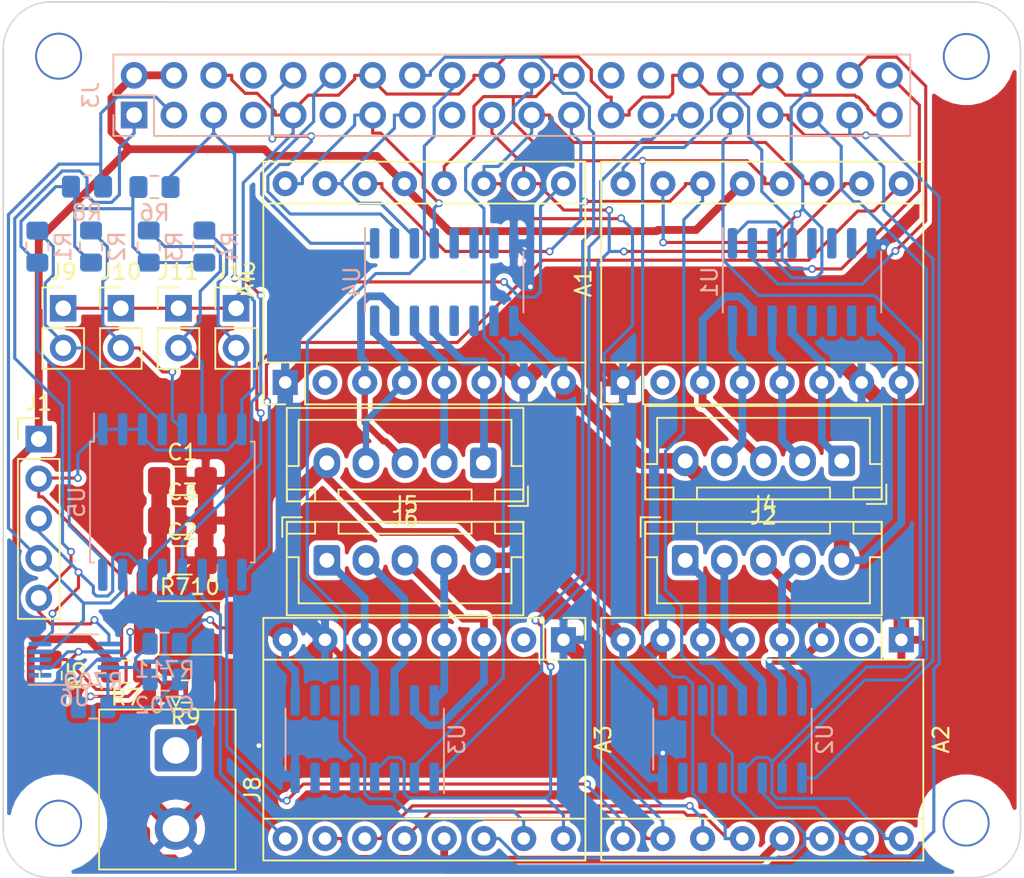
<source format=kicad_pcb>
(kicad_pcb (version 20171130) (host pcbnew 5.1.6)
  (layers (0 F.Cu signal) (31 B.Cu signal hide) (34 B.Paste user hide) (35 F.Paste user) (36 B.SilkS user hide) (37 F.SilkS user) (38 B.Mask user hide) (39 F.Mask user) (44 Edge.Cuts user))
  (net 0 "")
  (net 1 /P3V3_HAT)
  (net 2 /P5V_HAT)
  (net 3 /I2C_DA)
  (net 4 /I2C_CL)
  (net 5 /M4_4)
  (net 6 /M4_3)
  (net 7 /M4_2)
  (net 8 /M4_1)
  (net 9 /SPI_MOSI)
  (net 10 /SPI_MISO)
  (net 11 /M3_4)
  (net 12 /SPI_CLK)
  (net 13 /M3_3)
  (net 14 /M3_2)
  (net 15 /M3_1)
  (net 16 /M2_4)
  (net 17 /M1_4)
  (net 18 /M2_3)
  (net 19 /M2_2)
  (net 20 /M1_3)
  (net 21 /M2_1)
  (net 22 /M1_2)
  (net 23 /M1_1)
  (net 24 /V_MOTOR)
  (net 25 /P3V3)
  (net 26 /M1_OUT4)
  (net 27 /M1_OUT3)
  (net 28 /M1_OUT1)
  (net 29 /M1_OUT2)
  (net 30 /M2_OUT4)
  (net 31 /M2_OUT3)
  (net 32 /M2_OUT1)
  (net 33 /M2_OUT2)
  (net 34 /M3_OUT4)
  (net 35 /M3_OUT3)
  (net 36 /M3_OUT1)
  (net 37 /M3_OUT2)
  (net 38 /M4_OUT4)
  (net 39 /M4_OUT3)
  (net 40 /M4_OUT1)
  (net 41 /M4_OUT2)
  (net 42 /SPI_CS0)
  (net 43 /M_EN1)
  (net 44 /M_EN2)
  (net 45 /M_EN3)
  (net 46 /M_EN4)
  (net 47 "Net-(J9-Pad2)")
  (net 48 "Net-(J10-Pad2)")
  (net 49 "Net-(J11-Pad2)")
  (net 50 "Net-(J12-Pad2)")
  (net 51 GNDA)
  (net 52 "Net-(J8-Pad1)")
  (net 53 "Net-(A1-Pad2)")
  (net 54 "Net-(A2-Pad2)")
  (net 55 "Net-(A3-Pad2)")
  (net 56 "Net-(A4-Pad2)")
  (net 57 /ID_SC_EEPROM)
  (net 58 /ID_SD_EEPROM)
  (net 59 /SPI_CS1)
  (net 60 "Net-(J3-Pad17)")
  (net 61 /M_EN)
  (net 62 "Net-(J3-Pad8)")
  (net 63 "Net-(J3-Pad7)")
  (net 64 "Net-(U1-Pad12)")
  (net 65 "Net-(U1-Pad11)")
  (net 66 "Net-(U1-Pad10)")
  (net 67 "Net-(U1-Pad7)")
  (net 68 "Net-(U1-Pad6)")
  (net 69 "Net-(U1-Pad5)")
  (net 70 "Net-(U2-Pad12)")
  (net 71 "Net-(U2-Pad11)")
  (net 72 "Net-(U2-Pad10)")
  (net 73 "Net-(U2-Pad7)")
  (net 74 "Net-(U2-Pad6)")
  (net 75 "Net-(U2-Pad5)")
  (net 76 "Net-(U3-Pad12)")
  (net 77 "Net-(U3-Pad11)")
  (net 78 "Net-(U3-Pad10)")
  (net 79 "Net-(U3-Pad7)")
  (net 80 "Net-(U3-Pad6)")
  (net 81 "Net-(U3-Pad5)")
  (net 82 "Net-(U4-Pad12)")
  (net 83 "Net-(U4-Pad11)")
  (net 84 "Net-(U4-Pad10)")
  (net 85 "Net-(U4-Pad7)")
  (net 86 "Net-(U4-Pad6)")
  (net 87 "Net-(U4-Pad5)")
  (net 88 "Net-(U5-Pad13)")
  (net 89 "Net-(C1-Pad1)")
  (net 90 "Net-(C702-Pad2)")
  (net 91 "Net-(C702-Pad1)")
  (net 92 GND)
  (net 93 "Net-(U6-Pad3)")
  (module Package_SO:VSSOP-10_3x3mm_P0.5mm (layer B.Cu) (at 83.058 102.87)
    (fp_text reference U6 (at 0 2.45) (layer B.SilkS) (effects (justify mirror)))
    (fp_text value INA226)
    (pad 10 smd roundrect (at 2.2 1) (size 1.45 0.3) (layers B.Cu B.Paste B.Mask) (net 90 "Net-(C702-Pad2)"))
    (pad 9 smd roundrect (at 2.2 0.5) (size 1.45 0.3) (layers B.Cu B.Paste B.Mask) (net 91 "Net-(C702-Pad1)"))
    (pad 8 smd roundrect (at 2.2 0) (size 1.45 0.3) (layers B.Cu B.Paste B.Mask) (net 89 "Net-(C1-Pad1)"))
    (pad 7 smd roundrect (at 2.2 -0.5) (size 1.45 0.3) (layers B.Cu B.Paste B.Mask) (net 92 GND))
    (pad 6 smd roundrect (at 2.2 -1) (size 1.45 0.3) (layers B.Cu B.Paste B.Mask) (net 1 /P3V3_HAT))
    (pad 5 smd roundrect (at -2.2 -1) (size 1.45 0.3) (layers B.Cu B.Paste B.Mask) (net 4 /I2C_CL))
    (pad 4 smd roundrect (at -2.2 -0.5) (size 1.45 0.3) (layers B.Cu B.Paste B.Mask) (net 3 /I2C_DA))
    (pad 3 smd roundrect (at -2.2 0) (size 1.45 0.3) (layers B.Cu B.Paste B.Mask) (net 93 "Net-(U6-Pad3)"))
    (pad 2 smd roundrect (at -2.2 0.5) (size 1.45 0.3) (layers B.Cu B.Paste B.Mask) (net 92 GND))
    (pad 1 smd roundrect (at -2.2 1) (size 1.45 0.3) (layers B.Cu B.Paste B.Mask) (net 92 GND))
  )
  (module Resistor_SMD:R_0805_2012Metric (layer B.Cu) (at 88.8215 101.854)
    (fp_text reference R711 (at 0 1.65) (layer B.SilkS) (effects (justify mirror)))
    (fp_text value 10R)
    (pad 2 smd roundrect (at 0.9375 0) (size 0.975 1.4) (layers B.Cu B.Paste B.Mask) (net 24 /V_MOTOR))
    (pad 1 smd roundrect (at -0.9375 0) (size 0.975 1.4) (layers B.Cu B.Paste B.Mask) (net 91 "Net-(C702-Pad1)"))
  )
  (module Resistor_SMD:R_2512_6332Metric (layer F.Cu) (at 90.424 100.838)
    (fp_text reference R710 (at 0 -2.62) (layer F.SilkS))
    (fp_text value 4m)
    (pad 2 smd roundrect (at 2.9 0) (size 1.35 3.35) (layers F.Cu F.Paste F.Mask) (roundrect_rratio 0.185185) (net 24 /V_MOTOR))
    (pad 1 smd roundrect (at -2.9 0) (size 1.35 3.35) (layers F.Cu F.Paste F.Mask) (roundrect_rratio 0.185185) (net 89 "Net-(C1-Pad1)"))
  )
  (module Resistor_SMD:R_0805_2012Metric (layer B.Cu) (at 84.2495 105.918 180)
    (fp_text reference R709 (at 0 1.65) (layer B.SilkS) (effects (justify mirror)))
    (fp_text value 10R)
    (pad 2 smd roundrect (at 0.9375 0 180) (size 0.975 1.4) (layers B.Cu B.Paste B.Mask) (net 89 "Net-(C1-Pad1)"))
    (pad 1 smd roundrect (at -0.9375 0 180) (size 0.975 1.4) (layers B.Cu B.Paste B.Mask) (net 90 "Net-(C702-Pad2)"))
  )
  (module Capacitor_SMD:C_0805_2012Metric (layer B.Cu) (at 88.8215 104.14)
    (fp_text reference C702 (at 0 1.65) (layer B.SilkS) (effects (justify mirror)))
    (fp_text value 100nF)
    (pad 2 smd roundrect (at 0.9375 0) (size 0.975 1.4) (layers B.Cu B.Paste B.Mask) (net 90 "Net-(C702-Pad2)"))
    (pad 1 smd roundrect (at -0.9375 0) (size 0.975 1.4) (layers B.Cu B.Paste B.Mask) (net 91 "Net-(C702-Pad1)"))
  )
  (module Capacitor_SMD:C_1206_3216Metric_Pad1.42x1.75mm_HandSolder (layer F.Cu) (at 89.9525 91.44)
    (fp_text reference C1 (at 0 -1.82) (layer F.SilkS))
    (fp_text value C)
    (pad 2 smd roundrect (at 1.4875 0) (size 1.425 1.75) (layers F.Cu F.Paste F.Mask) (roundrect_rratio 0.175439) (net 51 GNDA))
    (pad 1 smd roundrect (at -1.4875 0) (size 1.425 1.75) (layers F.Cu F.Paste F.Mask) (roundrect_rratio 0.175439) (net 89 "Net-(C1-Pad1)"))
  )
  (module Package_SO:SOIC-16W_7.5x10.3mm_P1.27mm (layer B.Cu) (at 89.3064 92.7989 270)
    (fp_text reference U5 (at 0 6.1 90) (layer B.SilkS) (effects (justify mirror)))
    (fp_text value PCF8574A)
    (pad 16 smd roundrect (at 4.65 4.445 270) (size 2.05 0.6) (layers B.Cu B.Paste B.Mask) (net 25 /P3V3))
    (pad 15 smd roundrect (at 4.65 3.175 270) (size 2.05 0.6) (layers B.Cu B.Paste B.Mask) (net 3 /I2C_DA))
    (pad 14 smd roundrect (at 4.65 1.905 270) (size 2.05 0.6) (layers B.Cu B.Paste B.Mask) (net 4 /I2C_CL))
    (pad 13 smd roundrect (at 4.65 0.635 270) (size 2.05 0.6) (layers B.Cu B.Paste B.Mask) (net 88 "Net-(U5-Pad13)"))
    (pad 12 smd roundrect (at 4.65 -0.635 270) (size 2.05 0.6) (layers B.Cu B.Paste B.Mask) (net 46 /M_EN4))
    (pad 11 smd roundrect (at 4.65 -1.905 270) (size 2.05 0.6) (layers B.Cu B.Paste B.Mask) (net 45 /M_EN3))
    (pad 10 smd roundrect (at 4.65 -3.175 270) (size 2.05 0.6) (layers B.Cu B.Paste B.Mask) (net 44 /M_EN2))
    (pad 9 smd roundrect (at 4.65 -4.445 270) (size 2.05 0.6) (layers B.Cu B.Paste B.Mask) (net 43 /M_EN1))
    (pad 8 smd roundrect (at -4.65 -4.445 270) (size 2.05 0.6) (layers B.Cu B.Paste B.Mask) (net 92 GND))
    (pad 7 smd roundrect (at -4.65 -3.175 270) (size 2.05 0.6) (layers B.Cu B.Paste B.Mask) (net 50 "Net-(J12-Pad2)"))
    (pad 6 smd roundrect (at -4.65 -1.905 270) (size 2.05 0.6) (layers B.Cu B.Paste B.Mask) (net 49 "Net-(J11-Pad2)"))
    (pad 5 smd roundrect (at -4.65 -0.635 270) (size 2.05 0.6) (layers B.Cu B.Paste B.Mask) (net 48 "Net-(J10-Pad2)"))
    (pad 4 smd roundrect (at -4.65 0.635 270) (size 2.05 0.6) (layers B.Cu B.Paste B.Mask) (net 47 "Net-(J9-Pad2)"))
    (pad 3 smd roundrect (at -4.65 1.905 270) (size 2.05 0.6) (layers B.Cu B.Paste B.Mask) (net 92 GND))
    (pad 2 smd roundrect (at -4.65 3.175 270) (size 2.05 0.6) (layers B.Cu B.Paste B.Mask) (net 92 GND))
    (pad 1 smd roundrect (at -4.65 4.445 270) (size 2.05 0.6) (layers B.Cu B.Paste B.Mask) (net 92 GND))
  )
  (module Connector_PinHeader_2.54mm:PinHeader_1x02_P2.54mm_Vertical (layer F.Cu) (at 82.3341 80.4164)
    (fp_text reference J9 (at 0 -2.33) (layer F.SilkS))
    (fp_text value Conn_01x02_Male)
    (pad 2 thru_hole oval (at 0 2.54) (size 1.7 1.7) (drill 1) (layers *.Cu *.Mask) (net 47 "Net-(J9-Pad2)"))
    (pad 1 thru_hole rect (at 0 0) (size 1.7 1.7) (drill 1) (layers *.Cu *.Mask) (net 92 GND))
  )
  (module Resistor_SMD:R_0805_2012Metric_Pad1.15x1.40mm_HandSolder (layer B.Cu) (at 80.6831 76.4794 90)
    (fp_text reference R1 (at 0 1.65 270) (layer B.SilkS) (effects (justify mirror)))
    (fp_text value R)
    (pad 2 smd roundrect (at 1.025 0 90) (size 1.15 1.4) (layers B.Cu B.Paste B.Mask) (roundrect_rratio 0.217391) (net 47 "Net-(J9-Pad2)"))
    (pad 1 smd roundrect (at -1.025 0 90) (size 1.15 1.4) (layers B.Cu B.Paste B.Mask) (roundrect_rratio 0.217391) (net 25 /P3V3))
  )
  (module Connector_PinHeader_2.54mm:PinHeader_1x02_P2.54mm_Vertical (layer F.Cu) (at 93.3831 80.4164)
    (fp_text reference J12 (at 0 -2.33) (layer F.SilkS))
    (fp_text value Conn_01x02_Male)
    (pad 2 thru_hole oval (at 0 2.54) (size 1.7 1.7) (drill 1) (layers *.Cu *.Mask) (net 50 "Net-(J12-Pad2)"))
    (pad 1 thru_hole rect (at 0 0) (size 1.7 1.7) (drill 1) (layers *.Cu *.Mask) (net 92 GND))
  )
  (module Connector_PinHeader_2.54mm:PinHeader_1x02_P2.54mm_Vertical (layer F.Cu) (at 89.7001 80.4164)
    (fp_text reference J11 (at 0 -2.33) (layer F.SilkS))
    (fp_text value Conn_01x02_Male)
    (pad 2 thru_hole oval (at 0 2.54) (size 1.7 1.7) (drill 1) (layers *.Cu *.Mask) (net 49 "Net-(J11-Pad2)"))
    (pad 1 thru_hole rect (at 0 0) (size 1.7 1.7) (drill 1) (layers *.Cu *.Mask) (net 92 GND))
  )
  (module Resistor_SMD:R_0805_2012Metric_Pad1.15x1.40mm_HandSolder (layer B.Cu) (at 87.7951 76.4704 90)
    (fp_text reference R3 (at 0 1.65 270) (layer B.SilkS) (effects (justify mirror)))
    (fp_text value R)
    (pad 2 smd roundrect (at 1.025 0 90) (size 1.15 1.4) (layers B.Cu B.Paste B.Mask) (roundrect_rratio 0.217391) (net 49 "Net-(J11-Pad2)"))
    (pad 1 smd roundrect (at -1.025 0 90) (size 1.15 1.4) (layers B.Cu B.Paste B.Mask) (roundrect_rratio 0.217391) (net 25 /P3V3))
  )
  (module Resistor_SMD:R_0805_2012Metric_Pad1.15x1.40mm_HandSolder (layer B.Cu) (at 88.1671 72.6694)
    (fp_text reference R6 (at 0 1.65) (layer B.SilkS) (effects (justify mirror)))
    (fp_text value 3.9K)
    (pad 2 smd roundrect (at 1.025 0) (size 1.15 1.4) (layers B.Cu B.Paste B.Mask) (roundrect_rratio 0.217391) (net 4 /I2C_CL))
    (pad 1 smd roundrect (at -1.025 0) (size 1.15 1.4) (layers B.Cu B.Paste B.Mask) (roundrect_rratio 0.217391) (net 25 /P3V3))
  )
  (module Resistor_SMD:R_0805_2012Metric_Pad1.15x1.40mm_HandSolder (layer B.Cu) (at 84.1121 76.4704 90)
    (fp_text reference R2 (at 0 1.65 270) (layer B.SilkS) (effects (justify mirror)))
    (fp_text value R)
    (pad 2 smd roundrect (at 1.025 0 90) (size 1.15 1.4) (layers B.Cu B.Paste B.Mask) (roundrect_rratio 0.217391) (net 48 "Net-(J10-Pad2)"))
    (pad 1 smd roundrect (at -1.025 0 90) (size 1.15 1.4) (layers B.Cu B.Paste B.Mask) (roundrect_rratio 0.217391) (net 25 /P3V3))
  )
  (module Resistor_SMD:R_0805_2012Metric_Pad1.15x1.40mm_HandSolder (layer B.Cu) (at 91.3511 76.4704 90)
    (fp_text reference R4 (at 0 1.65 270) (layer B.SilkS) (effects (justify mirror)))
    (fp_text value R)
    (pad 2 smd roundrect (at 1.025 0 90) (size 1.15 1.4) (layers B.Cu B.Paste B.Mask) (roundrect_rratio 0.217391) (net 50 "Net-(J12-Pad2)"))
    (pad 1 smd roundrect (at -1.025 0 90) (size 1.15 1.4) (layers B.Cu B.Paste B.Mask) (roundrect_rratio 0.217391) (net 25 /P3V3))
  )
  (module Resistor_SMD:R_0805_2012Metric_Pad1.15x1.40mm_HandSolder (layer B.Cu) (at 83.8544 72.644)
    (fp_text reference R8 (at 0 1.65) (layer B.SilkS) (effects (justify mirror)))
    (fp_text value 3.9K)
    (pad 2 smd roundrect (at 1.025 0) (size 1.15 1.4) (layers B.Cu B.Paste B.Mask) (roundrect_rratio 0.217391) (net 3 /I2C_DA))
    (pad 1 smd roundrect (at -1.025 0) (size 1.15 1.4) (layers B.Cu B.Paste B.Mask) (roundrect_rratio 0.217391) (net 25 /P3V3))
  )
  (module Connector_PinHeader_2.54mm:PinHeader_1x02_P2.54mm_Vertical (layer F.Cu) (at 86.0171 80.4164)
    (fp_text reference J10 (at 0 -2.33) (layer F.SilkS))
    (fp_text value Conn_01x02_Male)
    (pad 2 thru_hole oval (at 0 2.54) (size 1.7 1.7) (drill 1) (layers *.Cu *.Mask) (net 48 "Net-(J10-Pad2)"))
    (pad 1 thru_hole rect (at 0 0) (size 1.7 1.7) (drill 1) (layers *.Cu *.Mask) (net 92 GND))
  )
  (module Resistor_SMD:R_0805_2012Metric_Pad1.15x1.40mm_HandSolder (layer F.Cu) (at 90.161 104.902 180)
    (fp_text reference R9 (at 0 -1.65) (layer F.SilkS))
    (fp_text value np)
    (pad 2 smd roundrect (at 1.025 0 180) (size 1.15 1.4) (layers F.Cu F.Paste F.Mask) (roundrect_rratio 0.217391) (net 89 "Net-(C1-Pad1)"))
    (pad 1 smd roundrect (at -1.025 0 180) (size 1.15 1.4) (layers F.Cu F.Paste F.Mask) (roundrect_rratio 0.217391) (net 52 "Net-(J8-Pad1)"))
  )
  (module Resistor_SMD:R_0805_2012Metric_Pad1.15x1.40mm_HandSolder (layer F.Cu) (at 86.351 103.632 180)
    (fp_text reference R7 (at 0 -1.65) (layer F.SilkS))
    (fp_text value 0R)
    (pad 2 smd roundrect (at 1.025 0 180) (size 1.15 1.4) (layers F.Cu F.Paste F.Mask) (roundrect_rratio 0.217391) (net 2 /P5V_HAT))
    (pad 1 smd roundrect (at -1.025 0 180) (size 1.15 1.4) (layers F.Cu F.Paste F.Mask) (roundrect_rratio 0.217391) (net 89 "Net-(C1-Pad1)"))
  )
  (module Connector_PinSocket_2.54mm:PinSocket_2x20_P2.54mm_Vertical (layer B.Cu) (at 86.868 68.072 270)
    (fp_text reference J3 (at -1.27 2.77 90) (layer B.SilkS) (effects (justify mirror)))
    (fp_text value 40HAT)
    (pad 40 thru_hole oval (at -2.54 -48.26 270) (size 1.7 1.7) (drill 1) (layers *.Cu *.Mask) (net 23 /M1_1))
    (pad 39 thru_hole oval (at 0 -48.26 270) (size 1.7 1.7) (drill 1) (layers *.Cu *.Mask) (net 92 GND))
    (pad 38 thru_hole oval (at -2.54 -45.72 270) (size 1.7 1.7) (drill 1) (layers *.Cu *.Mask) (net 22 /M1_2))
    (pad 37 thru_hole oval (at 0 -45.72 270) (size 1.7 1.7) (drill 1) (layers *.Cu *.Mask) (net 21 /M2_1))
    (pad 36 thru_hole oval (at -2.54 -43.18 270) (size 1.7 1.7) (drill 1) (layers *.Cu *.Mask) (net 20 /M1_3))
    (pad 35 thru_hole oval (at 0 -43.18 270) (size 1.7 1.7) (drill 1) (layers *.Cu *.Mask) (net 19 /M2_2))
    (pad 34 thru_hole oval (at -2.54 -40.64 270) (size 1.7 1.7) (drill 1) (layers *.Cu *.Mask) (net 92 GND))
    (pad 33 thru_hole oval (at 0 -40.64 270) (size 1.7 1.7) (drill 1) (layers *.Cu *.Mask) (net 18 /M2_3))
    (pad 32 thru_hole oval (at -2.54 -38.1 270) (size 1.7 1.7) (drill 1) (layers *.Cu *.Mask) (net 17 /M1_4))
    (pad 31 thru_hole oval (at 0 -38.1 270) (size 1.7 1.7) (drill 1) (layers *.Cu *.Mask) (net 16 /M2_4))
    (pad 30 thru_hole oval (at -2.54 -35.56 270) (size 1.7 1.7) (drill 1) (layers *.Cu *.Mask) (net 92 GND))
    (pad 29 thru_hole oval (at 0 -35.56 270) (size 1.7 1.7) (drill 1) (layers *.Cu *.Mask) (net 15 /M3_1))
    (pad 28 thru_hole oval (at -2.54 -33.02 270) (size 1.7 1.7) (drill 1) (layers *.Cu *.Mask) (net 57 /ID_SC_EEPROM))
    (pad 27 thru_hole oval (at 0 -33.02 270) (size 1.7 1.7) (drill 1) (layers *.Cu *.Mask) (net 58 /ID_SD_EEPROM))
    (pad 26 thru_hole oval (at -2.54 -30.48 270) (size 1.7 1.7) (drill 1) (layers *.Cu *.Mask) (net 59 /SPI_CS1))
    (pad 25 thru_hole oval (at 0 -30.48 270) (size 1.7 1.7) (drill 1) (layers *.Cu *.Mask) (net 92 GND))
    (pad 24 thru_hole oval (at -2.54 -27.94 270) (size 1.7 1.7) (drill 1) (layers *.Cu *.Mask) (net 42 /SPI_CS0))
    (pad 23 thru_hole oval (at 0 -27.94 270) (size 1.7 1.7) (drill 1) (layers *.Cu *.Mask) (net 12 /SPI_CLK))
    (pad 22 thru_hole oval (at -2.54 -25.4 270) (size 1.7 1.7) (drill 1) (layers *.Cu *.Mask) (net 14 /M3_2))
    (pad 21 thru_hole oval (at 0 -25.4 270) (size 1.7 1.7) (drill 1) (layers *.Cu *.Mask) (net 10 /SPI_MISO))
    (pad 20 thru_hole oval (at -2.54 -22.86 270) (size 1.7 1.7) (drill 1) (layers *.Cu *.Mask) (net 92 GND))
    (pad 19 thru_hole oval (at 0 -22.86 270) (size 1.7 1.7) (drill 1) (layers *.Cu *.Mask) (net 9 /SPI_MOSI))
    (pad 18 thru_hole oval (at -2.54 -20.32 270) (size 1.7 1.7) (drill 1) (layers *.Cu *.Mask) (net 13 /M3_3))
    (pad 17 thru_hole oval (at 0 -20.32 270) (size 1.7 1.7) (drill 1) (layers *.Cu *.Mask) (net 60 "Net-(J3-Pad17)"))
    (pad 16 thru_hole oval (at -2.54 -17.78 270) (size 1.7 1.7) (drill 1) (layers *.Cu *.Mask) (net 11 /M3_4))
    (pad 15 thru_hole oval (at 0 -17.78 270) (size 1.7 1.7) (drill 1) (layers *.Cu *.Mask) (net 6 /M4_3))
    (pad 14 thru_hole oval (at -2.54 -15.24 270) (size 1.7 1.7) (drill 1) (layers *.Cu *.Mask) (net 92 GND))
    (pad 13 thru_hole oval (at 0 -15.24 270) (size 1.7 1.7) (drill 1) (layers *.Cu *.Mask) (net 5 /M4_4))
    (pad 12 thru_hole oval (at -2.54 -12.7 270) (size 1.7 1.7) (drill 1) (layers *.Cu *.Mask) (net 8 /M4_1))
    (pad 11 thru_hole oval (at 0 -12.7 270) (size 1.7 1.7) (drill 1) (layers *.Cu *.Mask) (net 61 /M_EN))
    (pad 10 thru_hole oval (at -2.54 -10.16 270) (size 1.7 1.7) (drill 1) (layers *.Cu *.Mask) (net 7 /M4_2))
    (pad 9 thru_hole oval (at 0 -10.16 270) (size 1.7 1.7) (drill 1) (layers *.Cu *.Mask) (net 92 GND))
    (pad 8 thru_hole oval (at -2.54 -7.62 270) (size 1.7 1.7) (drill 1) (layers *.Cu *.Mask) (net 62 "Net-(J3-Pad8)"))
    (pad 7 thru_hole oval (at 0 -7.62 270) (size 1.7 1.7) (drill 1) (layers *.Cu *.Mask) (net 63 "Net-(J3-Pad7)"))
    (pad 6 thru_hole oval (at -2.54 -5.08 270) (size 1.7 1.7) (drill 1) (layers *.Cu *.Mask) (net 92 GND))
    (pad 5 thru_hole oval (at 0 -5.08 270) (size 1.7 1.7) (drill 1) (layers *.Cu *.Mask) (net 4 /I2C_CL))
    (pad 4 thru_hole oval (at -2.54 -2.54 270) (size 1.7 1.7) (drill 1) (layers *.Cu *.Mask) (net 2 /P5V_HAT))
    (pad 3 thru_hole oval (at 0 -2.54 270) (size 1.7 1.7) (drill 1) (layers *.Cu *.Mask) (net 3 /I2C_DA))
    (pad 2 thru_hole oval (at -2.54 0 270) (size 1.7 1.7) (drill 1) (layers *.Cu *.Mask) (net 2 /P5V_HAT))
    (pad 1 thru_hole rect (at 0 0 270) (size 1.7 1.7) (drill 1) (layers *.Cu *.Mask) (net 1 /P3V3_HAT))
  )
  (module Connector_JST:JST_XH_B5B-XH-A_1x05_P2.50mm_Vertical (layer F.Cu) (at 99.18 96.52)
    (fp_text reference J5 (at 5 -3.55) (layer F.SilkS))
    (fp_text value Conn_01x05_Female)
    (pad 5 thru_hole oval (at 10 0) (size 1.7 1.95) (drill 0.95) (layers *.Cu *.Mask) (net 24 /V_MOTOR))
    (pad 4 thru_hole oval (at 7.5 0) (size 1.7 1.95) (drill 0.95) (layers *.Cu *.Mask) (net 36 /M3_OUT1))
    (pad 3 thru_hole oval (at 5 0) (size 1.7 1.95) (drill 0.95) (layers *.Cu *.Mask) (net 37 /M3_OUT2))
    (pad 2 thru_hole oval (at 2.5 0) (size 1.7 1.95) (drill 0.95) (layers *.Cu *.Mask) (net 35 /M3_OUT3))
    (pad 1 thru_hole roundrect (at 0 0) (size 1.7 1.95) (drill 0.95) (layers *.Cu *.Mask) (roundrect_rratio 0.147059) (net 34 /M3_OUT4))
  )
  (module Resistor_SMD:R_0805_2012Metric_Pad1.15x1.40mm_HandSolder (layer F.Cu) (at 81.534 103.886 270)
    (fp_text reference R5 (at 0 -1.65 90) (layer F.SilkS))
    (fp_text value 0)
    (pad 2 smd roundrect (at 1.025 0 270) (size 1.15 1.4) (layers F.Cu F.Paste F.Mask) (roundrect_rratio 0.217391) (net 51 GNDA))
    (pad 1 smd roundrect (at -1.025 0 270) (size 1.15 1.4) (layers F.Cu F.Paste F.Mask) (roundrect_rratio 0.217391) (net 92 GND))
  )
  (module Package_SO:SOIC-16_3.9x9.9mm_P1.27mm (layer B.Cu) (at 125.095 107.95 90)
    (fp_text reference U2 (at 0 5.9 270) (layer B.SilkS) (effects (justify mirror)))
    (fp_text value ULN2003A)
    (pad 16 smd roundrect (at 2.475 4.445 90) (size 1.95 0.6) (layers B.Cu B.Paste B.Mask) (net 32 /M2_OUT1))
    (pad 15 smd roundrect (at 2.475 3.175 90) (size 1.95 0.6) (layers B.Cu B.Paste B.Mask) (net 33 /M2_OUT2))
    (pad 14 smd roundrect (at 2.475 1.905 90) (size 1.95 0.6) (layers B.Cu B.Paste B.Mask) (net 31 /M2_OUT3))
    (pad 13 smd roundrect (at 2.475 0.635 90) (size 1.95 0.6) (layers B.Cu B.Paste B.Mask) (net 30 /M2_OUT4))
    (pad 12 smd roundrect (at 2.475 -0.635 90) (size 1.95 0.6) (layers B.Cu B.Paste B.Mask) (net 70 "Net-(U2-Pad12)"))
    (pad 11 smd roundrect (at 2.475 -1.905 90) (size 1.95 0.6) (layers B.Cu B.Paste B.Mask) (net 71 "Net-(U2-Pad11)"))
    (pad 10 smd roundrect (at 2.475 -3.175 90) (size 1.95 0.6) (layers B.Cu B.Paste B.Mask) (net 72 "Net-(U2-Pad10)"))
    (pad 9 smd roundrect (at 2.475 -4.445 90) (size 1.95 0.6) (layers B.Cu B.Paste B.Mask) (net 24 /V_MOTOR))
    (pad 8 smd roundrect (at -2.475 -4.445 90) (size 1.95 0.6) (layers B.Cu B.Paste B.Mask) (net 51 GNDA))
    (pad 7 smd roundrect (at -2.475 -3.175 90) (size 1.95 0.6) (layers B.Cu B.Paste B.Mask) (net 73 "Net-(U2-Pad7)"))
    (pad 6 smd roundrect (at -2.475 -1.905 90) (size 1.95 0.6) (layers B.Cu B.Paste B.Mask) (net 74 "Net-(U2-Pad6)"))
    (pad 5 smd roundrect (at -2.475 -0.635 90) (size 1.95 0.6) (layers B.Cu B.Paste B.Mask) (net 75 "Net-(U2-Pad5)"))
    (pad 4 smd roundrect (at -2.475 0.635 90) (size 1.95 0.6) (layers B.Cu B.Paste B.Mask) (net 16 /M2_4))
    (pad 3 smd roundrect (at -2.475 1.905 90) (size 1.95 0.6) (layers B.Cu B.Paste B.Mask) (net 18 /M2_3))
    (pad 2 smd roundrect (at -2.475 3.175 90) (size 1.95 0.6) (layers B.Cu B.Paste B.Mask) (net 19 /M2_2))
    (pad 1 smd roundrect (at -2.475 4.445 90) (size 1.95 0.6) (layers B.Cu B.Paste B.Mask) (net 21 /M2_1))
  )
  (module Connector_JST:JST_NV_B02P-NV_1x02_P5.00mm_Vertical (layer F.Cu) (at 89.535 108.665 270)
    (fp_text reference J8 (at 2.5 -4.9 90) (layer F.SilkS))
    (fp_text value Conn_01x02_Female)
    (pad 2 thru_hole circle (at 5 0 270) (size 2.7 2.7) (drill 1.7) (layers *.Cu *.Mask) (net 51 GNDA))
    (pad 1 thru_hole roundrect (at 0 0 270) (size 2.7 2.7) (drill 1.7) (layers *.Cu *.Mask) (roundrect_rratio 0.09259299999999999) (net 52 "Net-(J8-Pad1)"))
  )
  (module Package_SO:SOIC-16_3.9x9.9mm_P1.27mm (layer B.Cu) (at 106.68 78.74 270)
    (fp_text reference U4 (at 0 5.9 270) (layer B.SilkS) (effects (justify mirror)))
    (fp_text value ULN2003A)
    (pad 16 smd roundrect (at 2.475 4.445 270) (size 1.95 0.6) (layers B.Cu B.Paste B.Mask) (net 40 /M4_OUT1))
    (pad 15 smd roundrect (at 2.475 3.175 270) (size 1.95 0.6) (layers B.Cu B.Paste B.Mask) (net 41 /M4_OUT2))
    (pad 14 smd roundrect (at 2.475 1.905 270) (size 1.95 0.6) (layers B.Cu B.Paste B.Mask) (net 39 /M4_OUT3))
    (pad 13 smd roundrect (at 2.475 0.635 270) (size 1.95 0.6) (layers B.Cu B.Paste B.Mask) (net 38 /M4_OUT4))
    (pad 12 smd roundrect (at 2.475 -0.635 270) (size 1.95 0.6) (layers B.Cu B.Paste B.Mask) (net 82 "Net-(U4-Pad12)"))
    (pad 11 smd roundrect (at 2.475 -1.905 270) (size 1.95 0.6) (layers B.Cu B.Paste B.Mask) (net 83 "Net-(U4-Pad11)"))
    (pad 10 smd roundrect (at 2.475 -3.175 270) (size 1.95 0.6) (layers B.Cu B.Paste B.Mask) (net 84 "Net-(U4-Pad10)"))
    (pad 9 smd roundrect (at 2.475 -4.445 270) (size 1.95 0.6) (layers B.Cu B.Paste B.Mask) (net 24 /V_MOTOR))
    (pad 8 smd roundrect (at -2.475 -4.445 270) (size 1.95 0.6) (layers B.Cu B.Paste B.Mask) (net 51 GNDA))
    (pad 7 smd roundrect (at -2.475 -3.175 270) (size 1.95 0.6) (layers B.Cu B.Paste B.Mask) (net 85 "Net-(U4-Pad7)"))
    (pad 6 smd roundrect (at -2.475 -1.905 270) (size 1.95 0.6) (layers B.Cu B.Paste B.Mask) (net 86 "Net-(U4-Pad6)"))
    (pad 5 smd roundrect (at -2.475 -0.635 270) (size 1.95 0.6) (layers B.Cu B.Paste B.Mask) (net 87 "Net-(U4-Pad5)"))
    (pad 4 smd roundrect (at -2.475 0.635 270) (size 1.95 0.6) (layers B.Cu B.Paste B.Mask) (net 5 /M4_4))
    (pad 3 smd roundrect (at -2.475 1.905 270) (size 1.95 0.6) (layers B.Cu B.Paste B.Mask) (net 6 /M4_3))
    (pad 2 smd roundrect (at -2.475 3.175 270) (size 1.95 0.6) (layers B.Cu B.Paste B.Mask) (net 7 /M4_2))
    (pad 1 smd roundrect (at -2.475 4.445 270) (size 1.95 0.6) (layers B.Cu B.Paste B.Mask) (net 8 /M4_1))
  )
  (module Package_SO:SOIC-16_3.9x9.9mm_P1.27mm (layer B.Cu) (at 101.6 107.95 90)
    (fp_text reference U3 (at 0 5.9 270) (layer B.SilkS) (effects (justify mirror)))
    (fp_text value ULN2003A)
    (pad 16 smd roundrect (at 2.475 4.445 90) (size 1.95 0.6) (layers B.Cu B.Paste B.Mask) (net 36 /M3_OUT1))
    (pad 15 smd roundrect (at 2.475 3.175 90) (size 1.95 0.6) (layers B.Cu B.Paste B.Mask) (net 37 /M3_OUT2))
    (pad 14 smd roundrect (at 2.475 1.905 90) (size 1.95 0.6) (layers B.Cu B.Paste B.Mask) (net 35 /M3_OUT3))
    (pad 13 smd roundrect (at 2.475 0.635 90) (size 1.95 0.6) (layers B.Cu B.Paste B.Mask) (net 34 /M3_OUT4))
    (pad 12 smd roundrect (at 2.475 -0.635 90) (size 1.95 0.6) (layers B.Cu B.Paste B.Mask) (net 76 "Net-(U3-Pad12)"))
    (pad 11 smd roundrect (at 2.475 -1.905 90) (size 1.95 0.6) (layers B.Cu B.Paste B.Mask) (net 77 "Net-(U3-Pad11)"))
    (pad 10 smd roundrect (at 2.475 -3.175 90) (size 1.95 0.6) (layers B.Cu B.Paste B.Mask) (net 78 "Net-(U3-Pad10)"))
    (pad 9 smd roundrect (at 2.475 -4.445 90) (size 1.95 0.6) (layers B.Cu B.Paste B.Mask) (net 24 /V_MOTOR))
    (pad 8 smd roundrect (at -2.475 -4.445 90) (size 1.95 0.6) (layers B.Cu B.Paste B.Mask) (net 51 GNDA))
    (pad 7 smd roundrect (at -2.475 -3.175 90) (size 1.95 0.6) (layers B.Cu B.Paste B.Mask) (net 79 "Net-(U3-Pad7)"))
    (pad 6 smd roundrect (at -2.475 -1.905 90) (size 1.95 0.6) (layers B.Cu B.Paste B.Mask) (net 80 "Net-(U3-Pad6)"))
    (pad 5 smd roundrect (at -2.475 -0.635 90) (size 1.95 0.6) (layers B.Cu B.Paste B.Mask) (net 81 "Net-(U3-Pad5)"))
    (pad 4 smd roundrect (at -2.475 0.635 90) (size 1.95 0.6) (layers B.Cu B.Paste B.Mask) (net 11 /M3_4))
    (pad 3 smd roundrect (at -2.475 1.905 90) (size 1.95 0.6) (layers B.Cu B.Paste B.Mask) (net 13 /M3_3))
    (pad 2 smd roundrect (at -2.475 3.175 90) (size 1.95 0.6) (layers B.Cu B.Paste B.Mask) (net 14 /M3_2))
    (pad 1 smd roundrect (at -2.475 4.445 90) (size 1.95 0.6) (layers B.Cu B.Paste B.Mask) (net 15 /M3_1))
  )
  (module Capacitor_SMD:C_1206_3216Metric_Pad1.42x1.75mm_HandSolder (layer F.Cu) (at 89.9525 96.52)
    (fp_text reference C2 (at 0 -1.82) (layer F.SilkS))
    (fp_text value C)
    (pad 2 smd roundrect (at 1.4875 0) (size 1.425 1.75) (layers F.Cu F.Paste F.Mask) (roundrect_rratio 0.175439) (net 51 GNDA))
    (pad 1 smd roundrect (at -1.4875 0) (size 1.425 1.75) (layers F.Cu F.Paste F.Mask) (roundrect_rratio 0.175439) (net 89 "Net-(C1-Pad1)"))
  )
  (module Module:Pololu_Breakout-16_15.2x20.3mm (layer F.Cu) (at 135.89 101.6 270)
    (fp_text reference A2 (at 6.35 -2.54 90) (layer F.SilkS))
    (fp_text value Pololu_Breakout_DRV8825)
    (pad 16 thru_hole oval (at 12.7 0 270) (size 1.6 1.6) (drill 0.8) (layers *.Cu *.Mask) (net 16 /M2_4))
    (pad 8 thru_hole oval (at 0 17.78 270) (size 1.6 1.6) (drill 0.8) (layers *.Cu *.Mask) (net 24 /V_MOTOR))
    (pad 15 thru_hole oval (at 12.7 2.54 270) (size 1.6 1.6) (drill 0.8) (layers *.Cu *.Mask) (net 18 /M2_3))
    (pad 7 thru_hole oval (at 0 15.24 270) (size 1.6 1.6) (drill 0.8) (layers *.Cu *.Mask) (net 51 GNDA))
    (pad 14 thru_hole oval (at 12.7 5.08 270) (size 1.6 1.6) (drill 0.8) (layers *.Cu *.Mask) (net 12 /SPI_CLK))
    (pad 6 thru_hole oval (at 0 12.7 270) (size 1.6 1.6) (drill 0.8) (layers *.Cu *.Mask) (net 30 /M2_OUT4))
    (pad 13 thru_hole oval (at 12.7 7.62 270) (size 1.6 1.6) (drill 0.8) (layers *.Cu *.Mask) (net 2 /P5V_HAT))
    (pad 5 thru_hole oval (at 0 10.16 270) (size 1.6 1.6) (drill 0.8) (layers *.Cu *.Mask) (net 31 /M2_OUT3))
    (pad 12 thru_hole oval (at 12.7 10.16 270) (size 1.6 1.6) (drill 0.8) (layers *.Cu *.Mask) (net 42 /SPI_CS0))
    (pad 4 thru_hole oval (at 0 7.62 270) (size 1.6 1.6) (drill 0.8) (layers *.Cu *.Mask) (net 32 /M2_OUT1))
    (pad 11 thru_hole oval (at 12.7 12.7 270) (size 1.6 1.6) (drill 0.8) (layers *.Cu *.Mask) (net 10 /SPI_MISO))
    (pad 3 thru_hole oval (at 0 5.08 270) (size 1.6 1.6) (drill 0.8) (layers *.Cu *.Mask) (net 33 /M2_OUT2))
    (pad 10 thru_hole oval (at 12.7 15.24 270) (size 1.6 1.6) (drill 0.8) (layers *.Cu *.Mask) (net 9 /SPI_MOSI))
    (pad 2 thru_hole oval (at 0 2.54 270) (size 1.6 1.6) (drill 0.8) (layers *.Cu *.Mask) (net 54 "Net-(A2-Pad2)"))
    (pad 9 thru_hole oval (at 12.7 17.78 270) (size 1.6 1.6) (drill 0.8) (layers *.Cu *.Mask) (net 44 /M_EN2))
    (pad 1 thru_hole rect (at 0 0 270) (size 1.6 1.6) (drill 0.8) (layers *.Cu *.Mask) (net 51 GNDA))
  )
  (module Module:Pololu_Breakout-16_15.2x20.3mm (layer F.Cu) (at 96.52 85.1535 90)
    (fp_text reference A4 (at 6.35 -2.54 90) (layer F.SilkS))
    (fp_text value Pololu_Breakout_DRV8825)
    (pad 16 thru_hole oval (at 12.7 0 90) (size 1.6 1.6) (drill 0.8) (layers *.Cu *.Mask) (net 5 /M4_4))
    (pad 8 thru_hole oval (at 0 17.78 90) (size 1.6 1.6) (drill 0.8) (layers *.Cu *.Mask) (net 24 /V_MOTOR))
    (pad 15 thru_hole oval (at 12.7 2.54 90) (size 1.6 1.6) (drill 0.8) (layers *.Cu *.Mask) (net 6 /M4_3))
    (pad 7 thru_hole oval (at 0 15.24 90) (size 1.6 1.6) (drill 0.8) (layers *.Cu *.Mask) (net 51 GNDA))
    (pad 14 thru_hole oval (at 12.7 5.08 90) (size 1.6 1.6) (drill 0.8) (layers *.Cu *.Mask) (net 12 /SPI_CLK))
    (pad 6 thru_hole oval (at 0 12.7 90) (size 1.6 1.6) (drill 0.8) (layers *.Cu *.Mask) (net 38 /M4_OUT4))
    (pad 13 thru_hole oval (at 12.7 7.62 90) (size 1.6 1.6) (drill 0.8) (layers *.Cu *.Mask) (net 2 /P5V_HAT))
    (pad 5 thru_hole oval (at 0 10.16 90) (size 1.6 1.6) (drill 0.8) (layers *.Cu *.Mask) (net 39 /M4_OUT3))
    (pad 12 thru_hole oval (at 12.7 10.16 90) (size 1.6 1.6) (drill 0.8) (layers *.Cu *.Mask) (net 42 /SPI_CS0))
    (pad 4 thru_hole oval (at 0 7.62 90) (size 1.6 1.6) (drill 0.8) (layers *.Cu *.Mask) (net 40 /M4_OUT1))
    (pad 11 thru_hole oval (at 12.7 12.7 90) (size 1.6 1.6) (drill 0.8) (layers *.Cu *.Mask) (net 10 /SPI_MISO))
    (pad 3 thru_hole oval (at 0 5.08 90) (size 1.6 1.6) (drill 0.8) (layers *.Cu *.Mask) (net 41 /M4_OUT2))
    (pad 10 thru_hole oval (at 12.7 15.24 90) (size 1.6 1.6) (drill 0.8) (layers *.Cu *.Mask) (net 9 /SPI_MOSI))
    (pad 2 thru_hole oval (at 0 2.54 90) (size 1.6 1.6) (drill 0.8) (layers *.Cu *.Mask) (net 56 "Net-(A4-Pad2)"))
    (pad 9 thru_hole oval (at 12.7 17.78 90) (size 1.6 1.6) (drill 0.8) (layers *.Cu *.Mask) (net 46 /M_EN4))
    (pad 1 thru_hole rect (at 0 0 90) (size 1.6 1.6) (drill 0.8) (layers *.Cu *.Mask) (net 51 GNDA))
  )
  (module Module:Pololu_Breakout-16_15.2x20.3mm (layer F.Cu) (at 114.3 101.6 270)
    (fp_text reference A3 (at 6.35 -2.54 90) (layer F.SilkS))
    (fp_text value Pololu_Breakout_DRV8825)
    (pad 16 thru_hole oval (at 12.7 0 270) (size 1.6 1.6) (drill 0.8) (layers *.Cu *.Mask) (net 11 /M3_4))
    (pad 8 thru_hole oval (at 0 17.78 270) (size 1.6 1.6) (drill 0.8) (layers *.Cu *.Mask) (net 24 /V_MOTOR))
    (pad 15 thru_hole oval (at 12.7 2.54 270) (size 1.6 1.6) (drill 0.8) (layers *.Cu *.Mask) (net 13 /M3_3))
    (pad 7 thru_hole oval (at 0 15.24 270) (size 1.6 1.6) (drill 0.8) (layers *.Cu *.Mask) (net 51 GNDA))
    (pad 14 thru_hole oval (at 12.7 5.08 270) (size 1.6 1.6) (drill 0.8) (layers *.Cu *.Mask) (net 12 /SPI_CLK))
    (pad 6 thru_hole oval (at 0 12.7 270) (size 1.6 1.6) (drill 0.8) (layers *.Cu *.Mask) (net 34 /M3_OUT4))
    (pad 13 thru_hole oval (at 12.7 7.62 270) (size 1.6 1.6) (drill 0.8) (layers *.Cu *.Mask) (net 2 /P5V_HAT))
    (pad 5 thru_hole oval (at 0 10.16 270) (size 1.6 1.6) (drill 0.8) (layers *.Cu *.Mask) (net 35 /M3_OUT3))
    (pad 12 thru_hole oval (at 12.7 10.16 270) (size 1.6 1.6) (drill 0.8) (layers *.Cu *.Mask) (net 42 /SPI_CS0))
    (pad 4 thru_hole oval (at 0 7.62 270) (size 1.6 1.6) (drill 0.8) (layers *.Cu *.Mask) (net 36 /M3_OUT1))
    (pad 11 thru_hole oval (at 12.7 12.7 270) (size 1.6 1.6) (drill 0.8) (layers *.Cu *.Mask) (net 10 /SPI_MISO))
    (pad 3 thru_hole oval (at 0 5.08 270) (size 1.6 1.6) (drill 0.8) (layers *.Cu *.Mask) (net 37 /M3_OUT2))
    (pad 10 thru_hole oval (at 12.7 15.24 270) (size 1.6 1.6) (drill 0.8) (layers *.Cu *.Mask) (net 9 /SPI_MOSI))
    (pad 2 thru_hole oval (at 0 2.54 270) (size 1.6 1.6) (drill 0.8) (layers *.Cu *.Mask) (net 55 "Net-(A3-Pad2)"))
    (pad 9 thru_hole oval (at 12.7 17.78 270) (size 1.6 1.6) (drill 0.8) (layers *.Cu *.Mask) (net 45 /M_EN3))
    (pad 1 thru_hole rect (at 0 0 270) (size 1.6 1.6) (drill 0.8) (layers *.Cu *.Mask) (net 51 GNDA))
  )
  (module Capacitor_SMD:C_1206_3216Metric_Pad1.42x1.75mm_HandSolder (layer F.Cu) (at 89.9525 93.98)
    (fp_text reference C3 (at 0 -1.82) (layer F.SilkS))
    (fp_text value C)
    (pad 2 smd roundrect (at 1.4875 0) (size 1.425 1.75) (layers F.Cu F.Paste F.Mask) (roundrect_rratio 0.175439) (net 51 GNDA))
    (pad 1 smd roundrect (at -1.4875 0) (size 1.425 1.75) (layers F.Cu F.Paste F.Mask) (roundrect_rratio 0.175439) (net 89 "Net-(C1-Pad1)"))
  )
  (module Package_SO:SOIC-16_3.9x9.9mm_P1.27mm (layer B.Cu) (at 129.54 78.74 270)
    (fp_text reference U1 (at 0 5.9 270) (layer B.SilkS) (effects (justify mirror)))
    (fp_text value ULN2003A)
    (pad 16 smd roundrect (at 2.475 4.445 270) (size 1.95 0.6) (layers B.Cu B.Paste B.Mask) (net 28 /M1_OUT1))
    (pad 15 smd roundrect (at 2.475 3.175 270) (size 1.95 0.6) (layers B.Cu B.Paste B.Mask) (net 29 /M1_OUT2))
    (pad 14 smd roundrect (at 2.475 1.905 270) (size 1.95 0.6) (layers B.Cu B.Paste B.Mask) (net 27 /M1_OUT3))
    (pad 13 smd roundrect (at 2.475 0.635 270) (size 1.95 0.6) (layers B.Cu B.Paste B.Mask) (net 26 /M1_OUT4))
    (pad 12 smd roundrect (at 2.475 -0.635 270) (size 1.95 0.6) (layers B.Cu B.Paste B.Mask) (net 64 "Net-(U1-Pad12)"))
    (pad 11 smd roundrect (at 2.475 -1.905 270) (size 1.95 0.6) (layers B.Cu B.Paste B.Mask) (net 65 "Net-(U1-Pad11)"))
    (pad 10 smd roundrect (at 2.475 -3.175 270) (size 1.95 0.6) (layers B.Cu B.Paste B.Mask) (net 66 "Net-(U1-Pad10)"))
    (pad 9 smd roundrect (at 2.475 -4.445 270) (size 1.95 0.6) (layers B.Cu B.Paste B.Mask) (net 24 /V_MOTOR))
    (pad 8 smd roundrect (at -2.475 -4.445 270) (size 1.95 0.6) (layers B.Cu B.Paste B.Mask) (net 51 GNDA))
    (pad 7 smd roundrect (at -2.475 -3.175 270) (size 1.95 0.6) (layers B.Cu B.Paste B.Mask) (net 67 "Net-(U1-Pad7)"))
    (pad 6 smd roundrect (at -2.475 -1.905 270) (size 1.95 0.6) (layers B.Cu B.Paste B.Mask) (net 68 "Net-(U1-Pad6)"))
    (pad 5 smd roundrect (at -2.475 -0.635 270) (size 1.95 0.6) (layers B.Cu B.Paste B.Mask) (net 69 "Net-(U1-Pad5)"))
    (pad 4 smd roundrect (at -2.475 0.635 270) (size 1.95 0.6) (layers B.Cu B.Paste B.Mask) (net 17 /M1_4))
    (pad 3 smd roundrect (at -2.475 1.905 270) (size 1.95 0.6) (layers B.Cu B.Paste B.Mask) (net 20 /M1_3))
    (pad 2 smd roundrect (at -2.475 3.175 270) (size 1.95 0.6) (layers B.Cu B.Paste B.Mask) (net 22 /M1_2))
    (pad 1 smd roundrect (at -2.475 4.445 270) (size 1.95 0.6) (layers B.Cu B.Paste B.Mask) (net 23 /M1_1))
  )
  (module Connector_JST:JST_XH_B5B-XH-A_1x05_P2.50mm_Vertical (layer F.Cu) (at 109.18 90.297 180)
    (fp_text reference J6 (at 5 -3.55) (layer F.SilkS))
    (fp_text value Conn_01x05_Female)
    (pad 5 thru_hole oval (at 10 0 180) (size 1.7 1.95) (drill 0.95) (layers *.Cu *.Mask) (net 24 /V_MOTOR))
    (pad 4 thru_hole oval (at 7.5 0 180) (size 1.7 1.95) (drill 0.95) (layers *.Cu *.Mask) (net 40 /M4_OUT1))
    (pad 3 thru_hole oval (at 5 0 180) (size 1.7 1.95) (drill 0.95) (layers *.Cu *.Mask) (net 41 /M4_OUT2))
    (pad 2 thru_hole oval (at 2.5 0 180) (size 1.7 1.95) (drill 0.95) (layers *.Cu *.Mask) (net 39 /M4_OUT3))
    (pad 1 thru_hole roundrect (at 0 0 180) (size 1.7 1.95) (drill 0.95) (layers *.Cu *.Mask) (roundrect_rratio 0.147059) (net 38 /M4_OUT4))
  )
  (module Connector_PinHeader_2.54mm:PinHeader_1x05_P2.54mm_Vertical (layer F.Cu) (at 80.772 88.773)
    (fp_text reference J1 (at 0 -2.33) (layer F.SilkS))
    (fp_text value Conn_01x05_Female)
    (pad 5 thru_hole oval (at 0 10.16) (size 1.7 1.7) (drill 1) (layers *.Cu *.Mask) (net 1 /P3V3_HAT))
    (pad 4 thru_hole oval (at 0 7.62) (size 1.7 1.7) (drill 1) (layers *.Cu *.Mask) (net 3 /I2C_DA))
    (pad 3 thru_hole oval (at 0 5.08) (size 1.7 1.7) (drill 1) (layers *.Cu *.Mask) (net 4 /I2C_CL))
    (pad 2 thru_hole oval (at 0 2.54) (size 1.7 1.7) (drill 1) (layers *.Cu *.Mask) (net 92 GND))
    (pad 1 thru_hole rect (at 0 0) (size 1.7 1.7) (drill 1) (layers *.Cu *.Mask) (net 2 /P5V_HAT))
  )
  (module Connector_JST:JST_XH_B5B-XH-A_1x05_P2.50mm_Vertical (layer F.Cu) (at 122.08 96.52)
    (fp_text reference J4 (at 5 -3.55) (layer F.SilkS))
    (fp_text value Conn_01x05_Female)
    (pad 5 thru_hole oval (at 10 0) (size 1.7 1.95) (drill 0.95) (layers *.Cu *.Mask) (net 24 /V_MOTOR))
    (pad 4 thru_hole oval (at 7.5 0) (size 1.7 1.95) (drill 0.95) (layers *.Cu *.Mask) (net 32 /M2_OUT1))
    (pad 3 thru_hole oval (at 5 0) (size 1.7 1.95) (drill 0.95) (layers *.Cu *.Mask) (net 33 /M2_OUT2))
    (pad 2 thru_hole oval (at 2.5 0) (size 1.7 1.95) (drill 0.95) (layers *.Cu *.Mask) (net 31 /M2_OUT3))
    (pad 1 thru_hole roundrect (at 0 0) (size 1.7 1.95) (drill 0.95) (layers *.Cu *.Mask) (roundrect_rratio 0.147059) (net 30 /M2_OUT4))
  )
  (module Module:Pololu_Breakout-16_15.2x20.3mm (layer F.Cu) (at 118.11 85.1535 90)
    (fp_text reference A1 (at 6.35 -2.54 90) (layer F.SilkS))
    (fp_text value Pololu_Breakout_DRV8825)
    (pad 16 thru_hole oval (at 12.7 0 90) (size 1.6 1.6) (drill 0.8) (layers *.Cu *.Mask) (net 17 /M1_4))
    (pad 8 thru_hole oval (at 0 17.78 90) (size 1.6 1.6) (drill 0.8) (layers *.Cu *.Mask) (net 24 /V_MOTOR))
    (pad 15 thru_hole oval (at 12.7 2.54 90) (size 1.6 1.6) (drill 0.8) (layers *.Cu *.Mask) (net 20 /M1_3))
    (pad 7 thru_hole oval (at 0 15.24 90) (size 1.6 1.6) (drill 0.8) (layers *.Cu *.Mask) (net 51 GNDA))
    (pad 14 thru_hole oval (at 12.7 5.08 90) (size 1.6 1.6) (drill 0.8) (layers *.Cu *.Mask) (net 12 /SPI_CLK))
    (pad 6 thru_hole oval (at 0 12.7 90) (size 1.6 1.6) (drill 0.8) (layers *.Cu *.Mask) (net 26 /M1_OUT4))
    (pad 13 thru_hole oval (at 12.7 7.62 90) (size 1.6 1.6) (drill 0.8) (layers *.Cu *.Mask) (net 2 /P5V_HAT))
    (pad 5 thru_hole oval (at 0 10.16 90) (size 1.6 1.6) (drill 0.8) (layers *.Cu *.Mask) (net 27 /M1_OUT3))
    (pad 12 thru_hole oval (at 12.7 10.16 90) (size 1.6 1.6) (drill 0.8) (layers *.Cu *.Mask) (net 42 /SPI_CS0))
    (pad 4 thru_hole oval (at 0 7.62 90) (size 1.6 1.6) (drill 0.8) (layers *.Cu *.Mask) (net 28 /M1_OUT1))
    (pad 11 thru_hole oval (at 12.7 12.7 90) (size 1.6 1.6) (drill 0.8) (layers *.Cu *.Mask) (net 10 /SPI_MISO))
    (pad 3 thru_hole oval (at 0 5.08 90) (size 1.6 1.6) (drill 0.8) (layers *.Cu *.Mask) (net 29 /M1_OUT2))
    (pad 10 thru_hole oval (at 12.7 15.24 90) (size 1.6 1.6) (drill 0.8) (layers *.Cu *.Mask) (net 9 /SPI_MOSI))
    (pad 2 thru_hole oval (at 0 2.54 90) (size 1.6 1.6) (drill 0.8) (layers *.Cu *.Mask) (net 53 "Net-(A1-Pad2)"))
    (pad 9 thru_hole oval (at 12.7 17.78 90) (size 1.6 1.6) (drill 0.8) (layers *.Cu *.Mask) (net 43 /M_EN1))
    (pad 1 thru_hole rect (at 0 0 90) (size 1.6 1.6) (drill 0.8) (layers *.Cu *.Mask) (net 51 GNDA))
  )
  (module Connector_JST:JST_XH_B5B-XH-A_1x05_P2.50mm_Vertical (layer F.Cu) (at 132.08 90.17 180)
    (fp_text reference J2 (at 5 -3.55) (layer F.SilkS))
    (fp_text value Conn_01x05_Female)
    (pad 5 thru_hole oval (at 10 0 180) (size 1.7 1.95) (drill 0.95) (layers *.Cu *.Mask) (net 24 /V_MOTOR))
    (pad 4 thru_hole oval (at 7.5 0 180) (size 1.7 1.95) (drill 0.95) (layers *.Cu *.Mask) (net 28 /M1_OUT1))
    (pad 3 thru_hole oval (at 5 0 180) (size 1.7 1.95) (drill 0.95) (layers *.Cu *.Mask) (net 29 /M1_OUT2))
    (pad 2 thru_hole oval (at 2.5 0 180) (size 1.7 1.95) (drill 0.95) (layers *.Cu *.Mask) (net 27 /M1_OUT3))
    (pad 1 thru_hole roundrect (at 0 0 180) (size 1.7 1.95) (drill 0.95) (layers *.Cu *.Mask) (roundrect_rratio 0.147059) (net 26 /M1_OUT4))
  )
  (module project_footprints:NPTH_3mm_ID (layer F.Cu) (at 82.04 64.31)
    (fp_text reference H1 (at 0.06 0.09) (layer F.SilkS))
    (fp_text value 3mm_Mounting_Hole hide)
    (pad "" np_thru_hole circle (at 0 0) (size 3 3) (drill 2.75) (layers *.Cu *.Mask) (clearance 1.6))
  )
  (module project_footprints:NPTH_3mm_ID (layer F.Cu) (at 140.04 64.33)
    (fp_text reference H2 (at 0.06 0.09) (layer F.SilkS))
    (fp_text value 3mm_Mounting_Hole hide)
    (pad "" np_thru_hole circle (at 0 0) (size 3 3) (drill 2.75) (layers *.Cu *.Mask) (clearance 1.6))
  )
  (module project_footprints:NPTH_3mm_ID (layer F.Cu) (at 82.04 113.32)
    (fp_text reference H3 (at 0.06 0.09) (layer F.SilkS))
    (fp_text value 3mm_Mounting_Hole hide)
    (pad "" np_thru_hole circle (at 0 0) (size 3 3) (drill 2.75) (layers *.Cu *.Mask) (clearance 1.6))
  )
  (module project_footprints:NPTH_3mm_ID (layer F.Cu) (at 140.03 113.31)
    (fp_text reference H4 (at 0.06 0.09) (layer F.SilkS))
    (fp_text value 3mm_Mounting_Hole hide)
    (pad "" np_thru_hole circle (at 0 0) (size 3 3) (drill 2.75) (layers *.Cu *.Mask) (clearance 1.6))
  )
  (gr_line (start 143.5 113.817611) (end 143.49984 63.88608) (layer Edge.Cuts) (width 0.1))
  (gr_arc (start 140.5 113.8) (end 140.5 116.8) (angle -89.66365854) (layer Edge.Cuts) (width 0.1))
  (gr_arc (start 81.534 63.881) (end 78.5 63.817611) (angle 88.80000385) (layer Edge.Cuts) (width 0.1))
  (gr_arc (start 140.45692 63.88608) (end 140.55784 60.84824) (angle 88.09727823) (layer Edge.Cuts) (width 0.1))
  (gr_line (start 81.533836 60.846338) (end 140.55784 60.84824) (layer Edge.Cuts) (width 0.1))
  (gr_arc (start 81.49616 113.8) (end 78.5 113.817611) (angle -89.80379284) (layer Edge.Cuts) (width 0.1))
  (gr_line (start 81.50352 116.8) (end 140.5 116.8) (layer Edge.Cuts) (width 0.1))
  (gr_line (start 78.5 63.817611) (end 78.5 113.817611) (layer Edge.Cuts) (width 0.1))
  (segment (start 83.8544 73.1994) (end 83.8544 72.0917) (width 0.2) (layer B.Cu) (net 1))
  (segment (start 85.9268 70.1635) (end 85.9268 73.1538) (width 0.2) (layer B.Cu) (net 1))
  (segment (start 82.832567 96.872433) (end 82.832567 95.973732) (width 0.2) (layer F.Cu) (net 1))
  (segment (start 82.29 86.6604) (end 82.29 95.431165) (width 0.2) (layer B.Cu) (net 1))
  (segment (start 79.2365 83.6069) (end 82.29 86.6604) (width 0.2) (layer B.Cu) (net 1))
  (segment (start 82.29 95.431165) (end 82.832567 95.973732) (width 0.2) (layer B.Cu) (net 1))
  (segment (start 82.2727 71.6426) (end 79.2365 74.6788) (width 0.2) (layer B.Cu) (net 1))
  (segment (start 83.8544 72.0917) (end 83.4053 71.6426) (width 0.2) (layer B.Cu) (net 1))
  (segment (start 85.9268 73.1538) (end 85.4277 73.6529) (width 0.2) (layer B.Cu) (net 1))
  (segment (start 80.772 98.933) (end 82.832567 96.872433) (width 0.2) (layer F.Cu) (net 1))
  (segment (start 83.4053 71.6426) (end 82.2727 71.6426) (width 0.2) (layer B.Cu) (net 1))
  (segment (start 84.3079 73.6529) (end 83.8544 73.1994) (width 0.2) (layer B.Cu) (net 1))
  (segment (start 86.868 69.2223) (end 85.9268 70.1635) (width 0.2) (layer B.Cu) (net 1))
  (segment (start 85.4277 73.6529) (end 84.3079 73.6529) (width 0.2) (layer B.Cu) (net 1))
  (segment (start 86.868 68.072) (end 86.868 69.2223) (width 0.2) (layer B.Cu) (net 1))
  (via (at 82.832567 95.973732) (size 0.5) (drill 0.3) (layers F.Cu B.Cu) (net 1))
  (segment (start 79.2365 74.6788) (end 79.2365 83.6069) (width 0.2) (layer B.Cu) (net 1))
  (via (at 84.328 100.33) (size 0.5) (drill 0.3) (layers F.Cu B.Cu) (net 1))
  (segment (start 85.258 101.26) (end 84.328 100.33) (width 0.2) (layer B.Cu) (net 1))
  (segment (start 85.258 101.87) (end 85.258 101.26) (width 0.2) (layer B.Cu) (net 1))
  (segment (start 84.328 100.33) (end 84.074 100.584) (width 0.2) (layer F.Cu) (net 1))
  (segment (start 84.074 100.584) (end 81.534 100.584) (width 0.2) (layer F.Cu) (net 1))
  (segment (start 80.772 99.822) (end 80.772 98.933) (width 0.2) (layer F.Cu) (net 1))
  (segment (start 81.534 100.584) (end 80.772 99.822) (width 0.2) (layer F.Cu) (net 1))
  (segment (start 125.73 72.4535) (end 122.7713 75.4122) (width 0.5) (layer F.Cu) (net 2))
  (segment (start 122.7713 75.4122) (end 120.3426 75.4122) (width 0.5) (layer F.Cu) (net 2))
  (segment (start 120.3426 75.4122) (end 120.2668 75.488) (width 0.5) (layer F.Cu) (net 2))
  (segment (start 120.2668 75.488) (end 106.9969 75.488) (width 0.5) (layer F.Cu) (net 2))
  (segment (start 106.9969 75.488) (end 104.14 72.6311) (width 0.5) (layer F.Cu) (net 2))
  (segment (start 104.14 72.6311) (end 104.14 72.4535) (width 0.5) (layer F.Cu) (net 2))
  (segment (start 80.772 88.773) (end 80.772 76.0222) (width 0.5) (layer F.Cu) (net 2))
  (segment (start 80.772 76.0222) (end 86.5421 70.2521) (width 0.5) (layer F.Cu) (net 2))
  (segment (start 80.713 101.7345) (end 79.3392 100.3607) (width 0.5) (layer F.Cu) (net 2))
  (segment (start 79.3392 100.3607) (end 79.3392 90.2058) (width 0.5) (layer F.Cu) (net 2))
  (segment (start 79.3392 90.2058) (end 80.772 88.773) (width 0.5) (layer F.Cu) (net 2))
  (segment (start 86.868 65.532) (end 85.4182 66.9818) (width 0.5) (layer F.Cu) (net 2))
  (segment (start 85.4182 66.9818) (end 85.4182 69.1282) (width 0.5) (layer F.Cu) (net 2))
  (segment (start 85.4182 69.1282) (end 86.5421 70.2521) (width 0.5) (layer F.Cu) (net 2))
  (segment (start 86.868 65.532) (end 89.408 65.532) (width 0.5) (layer F.Cu) (net 2))
  (segment (start 106.68 115.6503) (end 126.9197 115.6503) (width 0.5) (layer F.Cu) (net 2))
  (segment (start 126.9197 115.6503) (end 128.27 114.3) (width 0.5) (layer F.Cu) (net 2))
  (segment (start 106.68 114.3) (end 106.68 115.6503) (width 0.5) (layer F.Cu) (net 2))
  (segment (start 86.5421 70.2521) (end 95.18552 70.2521) (width 0.5) (layer F.Cu) (net 2))
  (segment (start 95.18552 70.2521) (end 95.613626 70.680206) (width 0.5) (layer F.Cu) (net 2))
  (segment (start 102.366706 70.680206) (end 103.340001 71.653501) (width 0.5) (layer F.Cu) (net 2))
  (segment (start 95.613626 70.680206) (end 102.366706 70.680206) (width 0.5) (layer F.Cu) (net 2))
  (segment (start 103.340001 71.653501) (end 104.14 72.4535) (width 0.5) (layer F.Cu) (net 2))
  (segment (start 80.713 101.7345) (end 80.885501 101.561999) (width 0.5) (layer F.Cu) (net 2))
  (segment (start 80.885501 101.561999) (end 83.955999 101.561999) (width 0.5) (layer F.Cu) (net 2))
  (segment (start 83.955999 101.561999) (end 85.326 102.932) (width 0.5) (layer F.Cu) (net 2))
  (segment (start 85.326 102.932) (end 85.326 103.632) (width 0.5) (layer F.Cu) (net 2))
  (segment (start 80.2614 106.4234) (end 80.2614 102.1861) (width 0.5) (layer F.Cu) (net 2))
  (segment (start 87.634999 114.577001) (end 87.634999 113.796999) (width 0.5) (layer F.Cu) (net 2))
  (segment (start 80.2614 102.1861) (end 80.713 101.7345) (width 0.5) (layer F.Cu) (net 2))
  (segment (start 89.403001 115.565001) (end 88.622999 115.565001) (width 0.5) (layer F.Cu) (net 2))
  (segment (start 87.634999 113.796999) (end 80.2614 106.4234) (width 0.5) (layer F.Cu) (net 2))
  (segment (start 89.9381 116.1001) (end 89.403001 115.565001) (width 0.5) (layer F.Cu) (net 2))
  (segment (start 106.2302 116.1001) (end 89.9381 116.1001) (width 0.5) (layer F.Cu) (net 2))
  (segment (start 88.622999 115.565001) (end 87.634999 114.577001) (width 0.5) (layer F.Cu) (net 2))
  (segment (start 106.68 115.6503) (end 106.2302 116.1001) (width 0.5) (layer F.Cu) (net 2))
  (segment (start 84.7327 71.2054) (end 82.0657 71.2054) (width 0.2) (layer B.Cu) (net 3))
  (segment (start 82.0657 71.2054) (end 78.8362 74.4349) (width 0.2) (layer B.Cu) (net 3))
  (segment (start 78.8362 74.4349) (end 78.8362 94.4572) (width 0.2) (layer B.Cu) (net 3))
  (segment (start 78.8362 94.4572) (end 80.772 96.393) (width 0.2) (layer B.Cu) (net 3))
  (segment (start 83.6297 99.2507) (end 85.3398 99.2507) (width 0.2) (layer B.Cu) (net 3))
  (segment (start 85.3398 99.2507) (end 86.1314 98.4591) (width 0.2) (layer B.Cu) (net 3))
  (segment (start 86.1314 98.4591) (end 86.1314 97.4489) (width 0.2) (layer B.Cu) (net 3))
  (segment (start 84.7327 71.2054) (end 84.7327 72.4973) (width 0.2) (layer B.Cu) (net 3))
  (segment (start 84.7327 72.4973) (end 84.8794 72.644) (width 0.2) (layer B.Cu) (net 3))
  (segment (start 83.6295 100.353846) (end 83.6295 99.2505) (width 0.2) (layer B.Cu) (net 3))
  (segment (start 81.613346 102.37) (end 83.6295 100.353846) (width 0.2) (layer B.Cu) (net 3))
  (segment (start 80.858 102.37) (end 81.613346 102.37) (width 0.2) (layer B.Cu) (net 3))
  (segment (start 83.6295 99.2505) (end 83.6297 99.2507) (width 0.2) (layer B.Cu) (net 3))
  (segment (start 80.772 96.393) (end 83.6295 99.2505) (width 0.2) (layer B.Cu) (net 3))
  (segment (start 84.7327 67.967298) (end 84.7327 68.9847) (width 0.2) (layer B.Cu) (net 3))
  (segment (start 85.777999 66.921999) (end 84.7327 67.967298) (width 0.2) (layer B.Cu) (net 3))
  (segment (start 88.257999 66.921999) (end 85.777999 66.921999) (width 0.2) (layer B.Cu) (net 3))
  (segment (start 89.408 68.072) (end 88.257999 66.921999) (width 0.2) (layer B.Cu) (net 3))
  (segment (start 84.7327 68.9847) (end 84.7327 71.2054) (width 0.2) (layer B.Cu) (net 3))
  (segment (start 93.287 78.4993) (end 93.287 70.5613) (width 0.2) (layer B.Cu) (net 4))
  (segment (start 93.287 70.5613) (end 91.948 69.2223) (width 0.2) (layer B.Cu) (net 4))
  (segment (start 94.9502 79.5957) (end 93.8538 78.4993) (width 0.2) (layer F.Cu) (net 4))
  (segment (start 93.8538 78.4993) (end 93.287 78.4993) (width 0.2) (layer F.Cu) (net 4))
  (segment (start 87.4014 97.1803) (end 87.4014 96.9385) (width 0.2) (layer B.Cu) (net 4))
  (segment (start 87.4014 96.9385) (end 94.379 89.9609) (width 0.2) (layer B.Cu) (net 4))
  (segment (start 94.379 89.9609) (end 94.379 86.4067) (width 0.2) (layer B.Cu) (net 4))
  (segment (start 94.379 86.4067) (end 94.9549 85.8308) (width 0.2) (layer B.Cu) (net 4))
  (segment (start 94.9549 85.8308) (end 94.9549 79.6004) (width 0.2) (layer B.Cu) (net 4))
  (segment (start 94.9549 79.6004) (end 94.9502 79.5957) (width 0.2) (layer B.Cu) (net 4))
  (segment (start 87.4014 97.1803) (end 87.4014 97.4489) (width 0.2) (layer B.Cu) (net 4))
  (segment (start 84.4555 98.8024) (end 85.1897 98.8024) (width 0.2) (layer B.Cu) (net 4))
  (segment (start 85.1897 98.8024) (end 85.4964 98.4957) (width 0.2) (layer B.Cu) (net 4))
  (segment (start 85.4964 98.4957) (end 85.4964 96.4043) (width 0.2) (layer B.Cu) (net 4))
  (segment (start 85.4964 96.4043) (end 85.7825 96.1182) (width 0.2) (layer B.Cu) (net 4))
  (segment (start 85.7825 96.1182) (end 86.4991 96.1182) (width 0.2) (layer B.Cu) (net 4))
  (segment (start 86.4991 96.1182) (end 87.4014 97.0205) (width 0.2) (layer B.Cu) (net 4))
  (segment (start 87.4014 97.0205) (end 87.4014 97.1803) (width 0.2) (layer B.Cu) (net 4))
  (segment (start 91.948 69.2223) (end 89.1921 71.9782) (width 0.2) (layer B.Cu) (net 4))
  (segment (start 89.1921 71.9782) (end 89.1921 72.6694) (width 0.2) (layer B.Cu) (net 4))
  (segment (start 91.948 68.072) (end 91.948 69.2223) (width 0.2) (layer B.Cu) (net 4))
  (via (at 93.287 78.4993) (size 0.5) (layers F.Cu B.Cu) (net 4))
  (via (at 94.9502 79.5957) (size 0.5) (layers F.Cu B.Cu) (net 4))
  (segment (start 80.772 93.853) (end 80.772 94.690998) (width 0.2) (layer B.Cu) (net 4))
  (segment (start 84.26139 98.180388) (end 84.26139 98.60829) (width 0.2) (layer B.Cu) (net 4))
  (segment (start 84.26139 98.60829) (end 84.4555 98.8024) (width 0.2) (layer B.Cu) (net 4))
  (via (at 83.312 97.282) (size 0.5) (drill 0.3) (layers F.Cu B.Cu) (net 4))
  (segment (start 83.337501 97.256499) (end 83.312 97.282) (width 0.2) (layer B.Cu) (net 4))
  (segment (start 83.312 97.282) (end 84.26139 98.180388) (width 0.2) (layer B.Cu) (net 4))
  (segment (start 80.772 94.690998) (end 83.337501 97.256499) (width 0.2) (layer B.Cu) (net 4))
  (via (at 81.647911 99.920079) (size 0.5) (drill 0.3) (layers F.Cu B.Cu) (net 4))
  (segment (start 80.858 101.87) (end 81.647911 101.080089) (width 0.2) (layer B.Cu) (net 4))
  (segment (start 83.312 97.282) (end 83.312 98.25599) (width 0.2) (layer F.Cu) (net 4))
  (segment (start 81.647911 101.080089) (end 81.647911 99.920079) (width 0.2) (layer B.Cu) (net 4))
  (segment (start 83.312 98.25599) (end 81.647911 99.920079) (width 0.2) (layer F.Cu) (net 4))
  (segment (start 93.8373 79.2099) (end 94.2938 79.6664) (width 0.2) (layer B.Cu) (net 92))
  (segment (start 94.2938 79.6664) (end 94.3415 79.6664) (width 0.2) (layer B.Cu) (net 92))
  (segment (start 94.3415 79.6664) (end 94.3999 79.7248) (width 0.2) (layer B.Cu) (net 92))
  (segment (start 94.3999 79.7248) (end 94.3999 79.8236) (width 0.2) (layer B.Cu) (net 92))
  (segment (start 94.3999 79.8236) (end 94.5545 79.9782) (width 0.2) (layer B.Cu) (net 92))
  (segment (start 94.5545 79.9782) (end 94.5545 85.4648) (width 0.2) (layer B.Cu) (net 92))
  (segment (start 94.5545 85.4648) (end 93.7514 86.2679) (width 0.2) (layer B.Cu) (net 92))
  (segment (start 93.7514 86.2679) (end 93.7514 88.1489) (width 0.2) (layer B.Cu) (net 92))
  (segment (start 117.348 68.072) (end 117.348 66.9217) (width 0.2) (layer F.Cu) (net 92))
  (segment (start 109.4266 65.532) (end 110.6008 64.3578) (width 0.2) (layer F.Cu) (net 92))
  (segment (start 110.6008 64.3578) (end 115.2622 64.3578) (width 0.2) (layer F.Cu) (net 92))
  (segment (start 115.2622 64.3578) (end 116.078 65.1736) (width 0.2) (layer F.Cu) (net 92))
  (segment (start 116.078 65.1736) (end 116.078 65.8901) (width 0.2) (layer F.Cu) (net 92))
  (segment (start 116.078 65.8901) (end 117.1096 66.9217) (width 0.2) (layer F.Cu) (net 92))
  (segment (start 117.1096 66.9217) (end 117.348 66.9217) (width 0.2) (layer F.Cu) (net 92))
  (segment (start 109.728 65.532) (end 109.4266 65.532) (width 0.2) (layer F.Cu) (net 92))
  (segment (start 109.1529 65.532) (end 108.5777 65.532) (width 0.2) (layer F.Cu) (net 92))
  (segment (start 109.1529 65.532) (end 109.4266 65.532) (width 0.2) (layer F.Cu) (net 92))
  (segment (start 83.2708 91.2642) (end 83.2708 89.7395) (width 0.2) (layer B.Cu) (net 92))
  (segment (start 83.2708 89.7395) (end 84.8614 88.1489) (width 0.2) (layer B.Cu) (net 92))
  (segment (start 80.772 91.8881) (end 81.3959 91.2642) (width 0.2) (layer F.Cu) (net 92))
  (segment (start 81.3959 91.2642) (end 83.2708 91.2642) (width 0.2) (layer F.Cu) (net 92))
  (segment (start 80.772 91.313) (end 80.772 91.8881) (width 0.2) (layer F.Cu) (net 92))
  (segment (start 93.7514 88.1489) (end 93.7514 88.5505) (width 0.2) (layer B.Cu) (net 92))
  (segment (start 93.7514 88.5505) (end 92.823 89.4789) (width 0.2) (layer B.Cu) (net 92))
  (segment (start 92.823 89.4789) (end 88.2561 89.4789) (width 0.2) (layer B.Cu) (net 92))
  (segment (start 88.2561 89.4789) (end 87.4014 88.6242) (width 0.2) (layer B.Cu) (net 92))
  (segment (start 87.4014 88.6242) (end 87.4014 88.1489) (width 0.2) (layer B.Cu) (net 92))
  (segment (start 86.1314 88.1489) (end 87.4014 88.1489) (width 0.2) (layer B.Cu) (net 92))
  (segment (start 84.8614 88.1489) (end 86.1314 88.1489) (width 0.2) (layer B.Cu) (net 92))
  (segment (start 86.0171 80.4164) (end 82.3341 80.4164) (width 0.2) (layer F.Cu) (net 92))
  (segment (start 89.7001 80.4164) (end 86.0171 80.4164) (width 0.2) (layer F.Cu) (net 92))
  (segment (start 89.7001 80.4164) (end 93.3831 80.4164) (width 0.2) (layer F.Cu) (net 92))
  (segment (start 101.8066 65.532) (end 103.0012 66.7266) (width 0.2) (layer F.Cu) (net 92))
  (segment (start 103.0012 66.7266) (end 107.6214 66.7266) (width 0.2) (layer F.Cu) (net 92))
  (segment (start 107.6214 66.7266) (end 108.5777 65.7703) (width 0.2) (layer F.Cu) (net 92))
  (segment (start 108.5777 65.7703) (end 108.5777 65.532) (width 0.2) (layer F.Cu) (net 92))
  (segment (start 102.108 65.532) (end 101.8066 65.532) (width 0.2) (layer F.Cu) (net 92))
  (segment (start 101.5329 65.532) (end 100.9577 65.532) (width 0.2) (layer F.Cu) (net 92))
  (segment (start 101.5329 65.532) (end 101.8066 65.532) (width 0.2) (layer F.Cu) (net 92))
  (segment (start 96.7266 68.072) (end 97.9966 66.802) (width 0.2) (layer F.Cu) (net 92))
  (segment (start 97.9966 66.802) (end 99.926 66.802) (width 0.2) (layer F.Cu) (net 92))
  (segment (start 99.926 66.802) (end 100.9577 65.7703) (width 0.2) (layer F.Cu) (net 92))
  (segment (start 100.9577 65.7703) (end 100.9577 65.532) (width 0.2) (layer F.Cu) (net 92))
  (segment (start 97.028 68.072) (end 96.7266 68.072) (width 0.2) (layer F.Cu) (net 92))
  (segment (start 96.4529 68.072) (end 95.8777 68.072) (width 0.2) (layer F.Cu) (net 92))
  (segment (start 96.4529 68.072) (end 96.7266 68.072) (width 0.2) (layer F.Cu) (net 92))
  (segment (start 91.948 65.532) (end 93.0983 65.532) (width 0.2) (layer F.Cu) (net 92))
  (segment (start 93.0983 65.532) (end 93.0983 65.8197) (width 0.2) (layer F.Cu) (net 92))
  (segment (start 93.0983 65.8197) (end 93.9609 66.6823) (width 0.2) (layer F.Cu) (net 92))
  (segment (start 93.9609 66.6823) (end 94.7263 66.6823) (width 0.2) (layer F.Cu) (net 92))
  (segment (start 94.7263 66.6823) (end 95.8777 67.8337) (width 0.2) (layer F.Cu) (net 92))
  (segment (start 95.8777 67.8337) (end 95.8777 68.072) (width 0.2) (layer F.Cu) (net 92))
  (via (at 83.2708 91.2642) (size 0.5) (layers F.Cu B.Cu) (net 92))
  (segment (start 122.1266 65.532) (end 122.428 65.532) (width 0.2) (layer F.Cu) (net 92))
  (segment (start 121.2777 66.6823) (end 121.2777 65.532) (width 0.2) (layer F.Cu) (net 92))
  (segment (start 118.4983 68.072) (end 118.4983 67.7843) (width 0.2) (layer F.Cu) (net 92))
  (segment (start 117.348 68.072) (end 118.4983 68.072) (width 0.2) (layer F.Cu) (net 92))
  (segment (start 121.0383 66.9217) (end 121.2777 66.6823) (width 0.2) (layer F.Cu) (net 92))
  (segment (start 121.2777 65.532) (end 122.1266 65.532) (width 0.2) (layer F.Cu) (net 92))
  (segment (start 118.4983 67.7843) (end 119.3609 66.9217) (width 0.2) (layer F.Cu) (net 92))
  (segment (start 119.3609 66.9217) (end 121.0383 66.9217) (width 0.2) (layer F.Cu) (net 92))
  (segment (start 126.3174 66.7226) (end 127.508 65.532) (width 0.2) (layer F.Cu) (net 92))
  (segment (start 122.428 65.532) (end 123.6186 66.7226) (width 0.2) (layer F.Cu) (net 92))
  (segment (start 123.6186 66.7226) (end 126.3174 66.7226) (width 0.2) (layer F.Cu) (net 92))
  (segment (start 134.1755 68.072) (end 135.128 68.072) (width 0.2) (layer F.Cu) (net 92))
  (segment (start 133.738001 67.519999) (end 133.738001 67.634501) (width 0.2) (layer F.Cu) (net 92))
  (segment (start 133.140001 66.921999) (end 133.738001 67.519999) (width 0.2) (layer F.Cu) (net 92))
  (segment (start 127.2066 65.532) (end 128.4766 66.802) (width 0.2) (layer F.Cu) (net 92))
  (segment (start 133.738001 67.634501) (end 134.1755 68.072) (width 0.2) (layer F.Cu) (net 92))
  (segment (start 128.4766 66.802) (end 132.9055 66.802) (width 0.2) (layer F.Cu) (net 92))
  (segment (start 127.508 65.532) (end 127.2066 65.532) (width 0.2) (layer F.Cu) (net 92))
  (segment (start 132.9055 66.802) (end 133.025499 66.921999) (width 0.2) (layer F.Cu) (net 92))
  (segment (start 133.025499 66.921999) (end 133.140001 66.921999) (width 0.2) (layer F.Cu) (net 92))
  (segment (start 97.0207 69.2223) (end 93.8373 72.4057) (width 0.2) (layer B.Cu) (net 92))
  (segment (start 97.028 68.072) (end 97.028 69.2223) (width 0.2) (layer B.Cu) (net 92))
  (segment (start 93.8373 72.4057) (end 93.8373 79.2099) (width 0.2) (layer B.Cu) (net 92))
  (segment (start 97.028 69.2223) (end 97.0207 69.2223) (width 0.2) (layer B.Cu) (net 92))
  (segment (start 93.3831 79.6641) (end 93.8373 79.2099) (width 0.2) (layer B.Cu) (net 92))
  (segment (start 93.3831 80.4164) (end 93.3831 79.6641) (width 0.2) (layer B.Cu) (net 92))
  (segment (start 102.108 69.2223) (end 102.6113 69.2223) (width 0.2) (layer F.Cu) (net 5))
  (segment (start 102.6113 69.2223) (end 105.3404 71.9514) (width 0.2) (layer F.Cu) (net 5))
  (segment (start 105.3404 71.9514) (end 105.3404 72.6997) (width 0.2) (layer F.Cu) (net 5))
  (segment (start 105.3404 72.6997) (end 106.3457 73.705) (width 0.2) (layer F.Cu) (net 5))
  (segment (start 106.045 76.265) (end 106.045 74.0057) (width 0.2) (layer B.Cu) (net 5))
  (segment (start 106.045 74.0057) (end 106.3457 73.705) (width 0.2) (layer B.Cu) (net 5))
  (segment (start 102.108 68.072) (end 102.108 69.2223) (width 0.2) (layer F.Cu) (net 5))
  (via (at 106.3457 73.705) (size 0.5) (layers F.Cu B.Cu) (net 5))
  (segment (start 100.9577 68.072) (end 102.108 68.072) (width 0.2) (layer B.Cu) (net 5))
  (segment (start 97.6203 72.0517) (end 100.9577 68.7143) (width 0.2) (layer B.Cu) (net 5))
  (segment (start 96.52 72.4535) (end 97.6203 72.4535) (width 0.2) (layer B.Cu) (net 5))
  (segment (start 100.9577 68.7143) (end 100.9577 68.072) (width 0.2) (layer B.Cu) (net 5))
  (segment (start 97.6203 72.4535) (end 97.6203 72.0517) (width 0.2) (layer B.Cu) (net 5))
  (segment (start 100.1603 72.4535) (end 100.1603 72.2441) (width 0.2) (layer B.Cu) (net 6))
  (segment (start 100.1603 72.2441) (end 103.4977 68.9067) (width 0.2) (layer B.Cu) (net 6))
  (segment (start 103.4977 68.9067) (end 103.4977 68.072) (width 0.2) (layer B.Cu) (net 6))
  (segment (start 104.775 76.265) (end 104.775 75.8662) (width 0.2) (layer B.Cu) (net 6))
  (segment (start 104.775 75.8662) (end 102.6197 73.7109) (width 0.2) (layer B.Cu) (net 6))
  (segment (start 102.6197 73.7109) (end 101.2883 73.7109) (width 0.2) (layer B.Cu) (net 6))
  (segment (start 101.2883 73.7109) (end 100.1603 72.5829) (width 0.2) (layer B.Cu) (net 6))
  (segment (start 100.1603 72.5829) (end 100.1603 72.4535) (width 0.2) (layer B.Cu) (net 6))
  (segment (start 104.648 68.072) (end 103.4977 68.072) (width 0.2) (layer B.Cu) (net 6))
  (segment (start 99.06 72.4535) (end 100.1603 72.4535) (width 0.2) (layer B.Cu) (net 6))
  (via (at 98.184 69.4186) (size 0.5) (layers F.Cu B.Cu) (net 7))
  (segment (start 98.184 69.4186) (end 95.856068 69.4186) (width 0.2) (layer F.Cu) (net 7))
  (segment (start 95.696046 66.863954) (end 95.696046 69.225069) (width 0.2) (layer B.Cu) (net 7))
  (segment (start 102.6068 74.3918) (end 96.8387 74.3918) (width 0.2) (layer B.Cu) (net 7))
  (segment (start 95.696046 69.225069) (end 95.696046 69.578622) (width 0.2) (layer B.Cu) (net 7))
  (segment (start 95.4116 71.9775) (end 96.158873 71.230227) (width 0.2) (layer B.Cu) (net 7))
  (segment (start 97.028 65.532) (end 95.696046 66.863954) (width 0.2) (layer B.Cu) (net 7))
  (segment (start 95.4116 72.9647) (end 95.4116 71.9775) (width 0.2) (layer B.Cu) (net 7))
  (via (at 95.696046 69.578622) (size 0.5) (drill 0.3) (layers F.Cu B.Cu) (net 7))
  (segment (start 96.158873 71.230227) (end 96.725926 71.230227) (width 0.2) (layer B.Cu) (net 7))
  (segment (start 96.725926 71.230227) (end 98.184 69.772153) (width 0.2) (layer B.Cu) (net 7))
  (segment (start 95.856068 69.4186) (end 95.696046 69.578622) (width 0.2) (layer F.Cu) (net 7))
  (segment (start 96.8387 74.3918) (end 95.4116 72.9647) (width 0.2) (layer B.Cu) (net 7))
  (segment (start 103.505 76.265) (end 103.505 75.29) (width 0.2) (layer B.Cu) (net 7))
  (segment (start 103.505 75.29) (end 102.6068 74.3918) (width 0.2) (layer B.Cu) (net 7))
  (segment (start 98.184 69.772153) (end 98.184 69.4186) (width 0.2) (layer B.Cu) (net 7))
  (segment (start 98.3365 66.7635) (end 98.3365 68.4866) (width 0.2) (layer B.Cu) (net 8))
  (segment (start 98.3365 68.4866) (end 95.0113 71.8118) (width 0.2) (layer B.Cu) (net 8))
  (segment (start 99.568 65.532) (end 98.3365 66.7635) (width 0.2) (layer B.Cu) (net 8))
  (segment (start 95.0113 71.8118) (end 95.0113 73.1305) (width 0.2) (layer B.Cu) (net 8))
  (segment (start 98.1458 76.265) (end 101.935 76.265) (width 0.2) (layer B.Cu) (net 8))
  (segment (start 101.935 76.265) (end 102.235 76.265) (width 0.2) (layer B.Cu) (net 8))
  (segment (start 95.0113 73.1305) (end 98.1458 76.265) (width 0.2) (layer B.Cu) (net 8))
  (segment (start 117.2245 76.787) (end 116.5079 77.5036) (width 0.2) (layer B.Cu) (net 9))
  (segment (start 116.5079 77.5036) (end 116.5079 109.0576) (width 0.2) (layer B.Cu) (net 9))
  (segment (start 116.5079 109.0576) (end 120.65 113.1997) (width 0.2) (layer B.Cu) (net 9))
  (segment (start 118.1592 76.787) (end 117.2245 76.787) (width 0.2) (layer B.Cu) (net 9))
  (segment (start 117.2245 76.787) (end 117.2245 74.1409) (width 0.2) (layer B.Cu) (net 9))
  (segment (start 112.8603 72.4535) (end 112.8603 72.6815) (width 0.2) (layer F.Cu) (net 9))
  (segment (start 112.8603 72.6815) (end 114.3197 74.1409) (width 0.2) (layer F.Cu) (net 9))
  (segment (start 114.3197 74.1409) (end 117.2245 74.1409) (width 0.2) (layer F.Cu) (net 9))
  (segment (start 133.35 72.4535) (end 132.2497 72.4535) (width 0.2) (layer F.Cu) (net 9))
  (segment (start 132.2497 72.4535) (end 132.2497 72.591) (width 0.2) (layer F.Cu) (net 9))
  (segment (start 132.2497 72.591) (end 128.0537 76.787) (width 0.2) (layer F.Cu) (net 9))
  (segment (start 128.0537 76.787) (end 118.1592 76.787) (width 0.2) (layer F.Cu) (net 9))
  (segment (start 120.65 114.3) (end 120.65 113.1997) (width 0.2) (layer B.Cu) (net 9))
  (segment (start 111.76 72.4535) (end 112.8603 72.4535) (width 0.2) (layer F.Cu) (net 9))
  (segment (start 111.76 72.4535) (end 111.76 71.2543) (width 0.2) (layer F.Cu) (net 9))
  (segment (start 111.76 71.2543) (end 109.728 69.2223) (width 0.2) (layer F.Cu) (net 9))
  (segment (start 99.06 114.3) (end 100.1603 114.3) (width 0.2) (layer F.Cu) (net 9))
  (segment (start 120.65 114.3) (end 119.5497 114.3) (width 0.2) (layer F.Cu) (net 9))
  (segment (start 119.5497 114.3) (end 119.5497 114.1625) (width 0.2) (layer F.Cu) (net 9))
  (segment (start 119.5497 114.1625) (end 118.4431 113.0559) (width 0.2) (layer F.Cu) (net 9))
  (segment (start 118.4431 113.0559) (end 106.1786 113.0559) (width 0.2) (layer F.Cu) (net 9))
  (segment (start 106.1786 113.0559) (end 105.3393 113.8952) (width 0.2) (layer F.Cu) (net 9))
  (segment (start 105.3393 113.8952) (end 105.3393 114.7419) (width 0.2) (layer F.Cu) (net 9))
  (segment (start 105.3393 114.7419) (end 104.6347 115.4465) (width 0.2) (layer F.Cu) (net 9))
  (segment (start 104.6347 115.4465) (end 101.0788 115.4465) (width 0.2) (layer F.Cu) (net 9))
  (segment (start 101.0788 115.4465) (end 100.1603 114.528) (width 0.2) (layer F.Cu) (net 9))
  (segment (start 100.1603 114.528) (end 100.1603 114.3) (width 0.2) (layer F.Cu) (net 9))
  (segment (start 109.728 68.072) (end 109.728 69.2223) (width 0.2) (layer F.Cu) (net 9))
  (via (at 118.1592 76.787) (size 0.5) (layers F.Cu B.Cu) (net 9))
  (via (at 117.2245 74.1409) (size 0.5) (layers F.Cu B.Cu) (net 9))
  (segment (start 109.22 72.4535) (end 110.3203 72.4535) (width 0.2) (layer F.Cu) (net 10))
  (segment (start 110.3203 72.4535) (end 110.3203 72.5912) (width 0.2) (layer F.Cu) (net 10))
  (segment (start 110.3203 72.5912) (end 112.4204 74.6913) (width 0.2) (layer F.Cu) (net 10))
  (segment (start 112.4204 74.6913) (end 117.9554 74.6913) (width 0.2) (layer F.Cu) (net 10))
  (segment (start 117.9554 74.6913) (end 117.9842 74.6625) (width 0.2) (layer F.Cu) (net 10))
  (segment (start 122.3682 112.2089) (end 120.6237 112.2089) (width 0.2) (layer B.Cu) (net 10))
  (segment (start 120.6237 112.2089) (end 116.9082 108.4934) (width 0.2) (layer B.Cu) (net 10))
  (segment (start 116.9082 108.4934) (end 116.9082 83.3074) (width 0.2) (layer B.Cu) (net 10))
  (segment (start 116.9082 83.3074) (end 118.713 81.5026) (width 0.2) (layer B.Cu) (net 10))
  (segment (start 118.713 81.5026) (end 118.713 75.3913) (width 0.2) (layer B.Cu) (net 10))
  (segment (start 118.713 75.3913) (end 117.9842 74.6625) (width 0.2) (layer B.Cu) (net 10))
  (segment (start 101.6 114.3) (end 102.7003 114.3) (width 0.2) (layer F.Cu) (net 10))
  (segment (start 102.7003 114.3) (end 102.7003 114.1625) (width 0.2) (layer F.Cu) (net 10))
  (segment (start 102.7003 114.1625) (end 104.6539 112.2089) (width 0.2) (layer F.Cu) (net 10))
  (segment (start 104.6539 112.2089) (end 122.3682 112.2089) (width 0.2) (layer F.Cu) (net 10))
  (segment (start 123.19 114.3) (end 123.19 113.0307) (width 0.2) (layer B.Cu) (net 10))
  (segment (start 123.19 113.0307) (end 122.3682 112.2089) (width 0.2) (layer B.Cu) (net 10))
  (segment (start 129.7097 72.4535) (end 129.7097 72.316) (width 0.2) (layer F.Cu) (net 10))
  (segment (start 129.7097 72.316) (end 127.2171 69.8234) (width 0.2) (layer F.Cu) (net 10))
  (segment (start 127.2171 69.8234) (end 114.9313 69.8234) (width 0.2) (layer F.Cu) (net 10))
  (segment (start 114.9313 69.8234) (end 113.4183 68.3104) (width 0.2) (layer F.Cu) (net 10))
  (segment (start 113.4183 68.3104) (end 113.4183 68.072) (width 0.2) (layer F.Cu) (net 10))
  (segment (start 112.268 68.072) (end 112.268 69.2223) (width 0.2) (layer B.Cu) (net 10))
  (segment (start 109.22 72.4535) (end 109.22 71.3532) (width 0.2) (layer B.Cu) (net 10))
  (segment (start 112.268 69.2223) (end 110.1371 71.3532) (width 0.2) (layer B.Cu) (net 10))
  (segment (start 110.1371 71.3532) (end 109.22 71.3532) (width 0.2) (layer B.Cu) (net 10))
  (segment (start 112.268 68.072) (end 113.4183 68.072) (width 0.2) (layer F.Cu) (net 10))
  (segment (start 130.81 72.4535) (end 129.7097 72.4535) (width 0.2) (layer F.Cu) (net 10))
  (via (at 117.9842 74.6625) (size 0.5) (layers F.Cu B.Cu) (net 10))
  (via (at 122.3682 112.2089) (size 0.5) (layers F.Cu B.Cu) (net 10))
  (segment (start 113.1997 111.7009) (end 113.4804 111.4202) (width 0.2) (layer B.Cu) (net 11))
  (segment (start 113.4804 111.4202) (end 113.4804 103.3262) (width 0.2) (layer B.Cu) (net 11))
  (segment (start 102.235 110.425) (end 102.235 110.0169) (width 0.2) (layer B.Cu) (net 11))
  (segment (start 102.235 110.0169) (end 103.1345 109.1174) (width 0.2) (layer B.Cu) (net 11))
  (segment (start 103.1345 109.1174) (end 103.8383 109.1174) (width 0.2) (layer B.Cu) (net 11))
  (segment (start 103.8383 109.1174) (end 104.1221 109.4012) (width 0.2) (layer B.Cu) (net 11))
  (segment (start 104.1221 109.4012) (end 104.1221 111.4044) (width 0.2) (layer B.Cu) (net 11))
  (segment (start 104.1221 111.4044) (end 104.4186 111.7009) (width 0.2) (layer B.Cu) (net 11))
  (segment (start 104.4186 111.7009) (end 113.1997 111.7009) (width 0.2) (layer B.Cu) (net 11))
  (segment (start 104.648 65.532) (end 105.7983 65.532) (width 0.2) (layer B.Cu) (net 11))
  (segment (start 113.4804 103.3262) (end 113.0996 102.9454) (width 0.2) (layer F.Cu) (net 11))
  (segment (start 113.0996 102.9454) (end 113.0996 100.9546) (width 0.2) (layer F.Cu) (net 11))
  (segment (start 113.0996 100.9546) (end 112.5083 100.3633) (width 0.2) (layer F.Cu) (net 11))
  (segment (start 112.5083 100.3633) (end 115.5272 97.3444) (width 0.2) (layer B.Cu) (net 11))
  (segment (start 115.5272 97.3444) (end 115.5272 76.1389) (width 0.2) (layer B.Cu) (net 11))
  (segment (start 115.5272 76.1389) (end 116.2238 75.4423) (width 0.2) (layer B.Cu) (net 11))
  (segment (start 116.2238 75.4423) (end 116.2238 69.2028) (width 0.2) (layer B.Cu) (net 11))
  (segment (start 116.2238 69.2028) (end 115.9584 68.9374) (width 0.2) (layer B.Cu) (net 11))
  (segment (start 115.9584 68.9374) (end 115.9584 67.5339) (width 0.2) (layer B.Cu) (net 11))
  (segment (start 115.9584 67.5339) (end 115.1069 66.6824) (width 0.2) (layer B.Cu) (net 11))
  (segment (start 115.1069 66.6824) (end 114.2699 66.6824) (width 0.2) (layer B.Cu) (net 11))
  (segment (start 114.2699 66.6824) (end 113.538 65.9505) (width 0.2) (layer B.Cu) (net 11))
  (segment (start 113.538 65.9505) (end 113.538 65.166) (width 0.2) (layer B.Cu) (net 11))
  (segment (start 113.538 65.166) (end 112.7451 64.3731) (width 0.2) (layer B.Cu) (net 11))
  (segment (start 112.7451 64.3731) (end 106.7188 64.3731) (width 0.2) (layer B.Cu) (net 11))
  (segment (start 106.7188 64.3731) (end 105.7983 65.2936) (width 0.2) (layer B.Cu) (net 11))
  (segment (start 105.7983 65.2936) (end 105.7983 65.532) (width 0.2) (layer B.Cu) (net 11))
  (via (at 112.5083 100.3633) (size 0.5) (layers F.Cu B.Cu) (net 11))
  (via (at 113.4804 103.3262) (size 0.5) (layers F.Cu B.Cu) (net 11))
  (segment (start 114.3 112.8012) (end 113.1997 111.7009) (width 0.2) (layer B.Cu) (net 11))
  (segment (start 114.3 114.3) (end 114.3 112.8012) (width 0.2) (layer B.Cu) (net 11))
  (segment (start 115.4073 73.5905) (end 115.4073 74.7958) (width 0.2) (layer B.Cu) (net 12))
  (segment (start 115.4073 74.7958) (end 113.4161 76.787) (width 0.2) (layer B.Cu) (net 12))
  (segment (start 114.808 69.2223) (end 115.4073 69.8216) (width 0.2) (layer B.Cu) (net 12))
  (segment (start 115.4073 69.8216) (end 115.4073 73.5905) (width 0.2) (layer B.Cu) (net 12))
  (segment (start 115.4073 73.5905) (end 115.6465 73.5905) (width 0.2) (layer B.Cu) (net 12))
  (segment (start 123.19 72.4535) (end 122.0897 72.4535) (width 0.2) (layer F.Cu) (net 12))
  (segment (start 122.0897 72.4535) (end 122.0897 72.591) (width 0.2) (layer F.Cu) (net 12))
  (segment (start 122.0897 72.591) (end 121.0902 73.5905) (width 0.2) (layer F.Cu) (net 12))
  (segment (start 121.0902 73.5905) (end 115.6465 73.5905) (width 0.2) (layer F.Cu) (net 12))
  (segment (start 113.4161 76.787) (end 106.7587 76.787) (width 0.2) (layer F.Cu) (net 12))
  (segment (start 106.7587 76.787) (end 102.7003 72.7286) (width 0.2) (layer F.Cu) (net 12))
  (segment (start 102.7003 72.7286) (end 102.7003 72.4535) (width 0.2) (layer F.Cu) (net 12))
  (segment (start 123.19 72.4535) (end 123.19 73.5538) (width 0.2) (layer B.Cu) (net 12))
  (segment (start 123.19 73.5538) (end 121.9896 74.7542) (width 0.2) (layer B.Cu) (net 12))
  (segment (start 121.9896 74.7542) (end 121.9896 88.3672) (width 0.2) (layer B.Cu) (net 12))
  (segment (start 121.9896 88.3672) (end 120.8181 89.5387) (width 0.2) (layer B.Cu) (net 12))
  (segment (start 120.8181 89.5387) (end 120.8181 98.4086) (width 0.2) (layer B.Cu) (net 12))
  (segment (start 120.8181 98.4086) (end 121.8504 99.4409) (width 0.2) (layer B.Cu) (net 12))
  (segment (start 121.8504 99.4409) (end 121.8504 102.5943) (width 0.2) (layer B.Cu) (net 12))
  (segment (start 121.8504 102.5943) (end 123.0574 103.8013) (width 0.2) (layer B.Cu) (net 12))
  (segment (start 123.0574 103.8013) (end 123.1535 103.8013) (width 0.2) (layer B.Cu) (net 12))
  (segment (start 123.1535 103.8013) (end 123.825 104.4728) (width 0.2) (layer B.Cu) (net 12))
  (segment (start 123.825 104.4728) (end 123.825 107.626) (width 0.2) (layer B.Cu) (net 12))
  (segment (start 123.825 107.626) (end 125.095 108.896) (width 0.2) (layer B.Cu) (net 12))
  (segment (start 125.095 108.896) (end 125.095 111.4227) (width 0.2) (layer B.Cu) (net 12))
  (segment (start 125.095 111.4227) (end 126.6812 113.0089) (width 0.2) (layer B.Cu) (net 12))
  (segment (start 126.6812 113.0089) (end 128.7415 113.0089) (width 0.2) (layer B.Cu) (net 12))
  (segment (start 128.7415 113.0089) (end 129.7097 113.9771) (width 0.2) (layer B.Cu) (net 12))
  (segment (start 129.7097 113.9771) (end 129.7097 114.3) (width 0.2) (layer B.Cu) (net 12))
  (segment (start 101.6 72.4535) (end 102.7003 72.4535) (width 0.2) (layer F.Cu) (net 12))
  (segment (start 130.81 114.3) (end 129.7097 114.3) (width 0.2) (layer B.Cu) (net 12))
  (segment (start 114.808 68.072) (end 114.808 69.2223) (width 0.2) (layer B.Cu) (net 12))
  (via (at 115.6465 73.5905) (size 0.5) (layers F.Cu B.Cu) (net 12))
  (via (at 113.4161 76.787) (size 0.5) (layers F.Cu B.Cu) (net 12))
  (segment (start 129.7097 114.642) (end 129.7097 114.3) (width 0.2) (layer B.Cu) (net 12))
  (segment (start 128.8012 115.5505) (end 129.7097 114.642) (width 0.2) (layer B.Cu) (net 12))
  (segment (start 111.4333 115.5505) (end 128.8012 115.5505) (width 0.2) (layer B.Cu) (net 12))
  (segment (start 109.22 114.3) (end 110.1828 114.3) (width 0.2) (layer B.Cu) (net 12))
  (segment (start 110.1828 114.3) (end 111.4333 115.5505) (width 0.2) (layer B.Cu) (net 12))
  (segment (start 103.505 111.7609) (end 104.2907 112.5466) (width 0.2) (layer B.Cu) (net 13))
  (segment (start 104.2907 112.5466) (end 111.1069 112.5466) (width 0.2) (layer B.Cu) (net 13))
  (segment (start 111.1069 112.5466) (end 111.76 113.1997) (width 0.2) (layer B.Cu) (net 13))
  (segment (start 103.505 110.425) (end 103.505 111.7609) (width 0.2) (layer B.Cu) (net 13))
  (segment (start 111.76 114.3) (end 111.76 113.1997) (width 0.2) (layer B.Cu) (net 13))
  (segment (start 101.9413 111.7609) (end 103.505 111.7609) (width 0.2) (layer B.Cu) (net 13))
  (segment (start 101.6 111.4196) (end 101.9413 111.7609) (width 0.2) (layer B.Cu) (net 13))
  (segment (start 101.6 109.1516) (end 101.6 111.4196) (width 0.2) (layer B.Cu) (net 13))
  (segment (start 100.33 107.8816) (end 101.6 109.1516) (width 0.2) (layer B.Cu) (net 13))
  (segment (start 106.0377 69.4231) (end 105.41 70.0508) (width 0.2) (layer B.Cu) (net 13))
  (segment (start 106.0377 67.5449) (end 106.0377 69.4231) (width 0.2) (layer B.Cu) (net 13))
  (segment (start 102.3024 78.1972) (end 97.9286 82.571) (width 0.2) (layer B.Cu) (net 13))
  (segment (start 107.188 65.532) (end 107.188 66.3946) (width 0.2) (layer B.Cu) (net 13))
  (segment (start 105.41 77.2457) (end 104.4585 78.1972) (width 0.2) (layer B.Cu) (net 13))
  (segment (start 97.9286 82.571) (end 97.9286 97.5916) (width 0.2) (layer B.Cu) (net 13))
  (segment (start 104.4585 78.1972) (end 102.3024 78.1972) (width 0.2) (layer B.Cu) (net 13))
  (segment (start 107.188 66.3946) (end 106.0377 67.5449) (width 0.2) (layer B.Cu) (net 13))
  (segment (start 97.9286 97.5916) (end 100.33 99.993) (width 0.2) (layer B.Cu) (net 13))
  (segment (start 105.41 70.0508) (end 105.41 77.2457) (width 0.2) (layer B.Cu) (net 13))
  (segment (start 100.33 99.993) (end 100.33 107.8816) (width 0.2) (layer B.Cu) (net 13))
  (segment (start 112.268 65.532) (end 112.268 66.6823) (width 0.2) (layer B.Cu) (net 14))
  (segment (start 112.268 66.6823) (end 111.9803 66.6823) (width 0.2) (layer B.Cu) (net 14))
  (segment (start 111.9803 66.6823) (end 111.1177 67.5449) (width 0.2) (layer B.Cu) (net 14))
  (segment (start 111.1177 67.5449) (end 111.1177 68.39) (width 0.2) (layer B.Cu) (net 14))
  (segment (start 111.1177 68.39) (end 108.0471 71.4606) (width 0.2) (layer B.Cu) (net 14))
  (segment (start 108.0471 71.4606) (end 108.0471 72.8742) (width 0.2) (layer B.Cu) (net 14))
  (segment (start 108.0471 72.8742) (end 109.22 74.0471) (width 0.2) (layer B.Cu) (net 14))
  (segment (start 109.22 74.0471) (end 109.22 82.2585) (width 0.2) (layer B.Cu) (net 14))
  (segment (start 109.22 82.2585) (end 110.4575 83.496) (width 0.2) (layer B.Cu) (net 14))
  (segment (start 110.4575 83.496) (end 110.4575 104.0107) (width 0.2) (layer B.Cu) (net 14))
  (segment (start 110.4575 104.0107) (end 104.775 109.6932) (width 0.2) (layer B.Cu) (net 14))
  (segment (start 104.775 109.6932) (end 104.775 110.425) (width 0.2) (layer B.Cu) (net 14))
  (segment (start 106.045 110.425) (end 112.9079 103.5621) (width 0.2) (layer B.Cu) (net 15))
  (segment (start 112.9079 103.5621) (end 112.9079 100.742) (width 0.2) (layer B.Cu) (net 15))
  (segment (start 112.9079 100.742) (end 115.9276 97.7223) (width 0.2) (layer B.Cu) (net 15))
  (segment (start 115.9276 97.7223) (end 115.9276 76.5045) (width 0.2) (layer B.Cu) (net 15))
  (segment (start 115.9276 76.5045) (end 116.6741 75.758) (width 0.2) (layer B.Cu) (net 15))
  (segment (start 116.6741 75.758) (end 116.6741 72.3168) (width 0.2) (layer B.Cu) (net 15))
  (segment (start 116.6741 72.3168) (end 119.3654 69.6255) (width 0.2) (layer B.Cu) (net 15))
  (segment (start 119.3654 69.6255) (end 119.9625 69.6255) (width 0.2) (layer B.Cu) (net 15))
  (segment (start 119.9625 69.6255) (end 121.2777 68.3103) (width 0.2) (layer B.Cu) (net 15))
  (segment (start 121.2777 68.3103) (end 121.2777 68.072) (width 0.2) (layer B.Cu) (net 15))
  (segment (start 122.428 68.072) (end 121.2777 68.072) (width 0.2) (layer B.Cu) (net 15))
  (segment (start 124.968 68.072) (end 124.968 69.2223) (width 0.2) (layer B.Cu) (net 16))
  (segment (start 127.6139 109.398) (end 127.6139 111.4228) (width 0.2) (layer B.Cu) (net 16))
  (segment (start 127.6139 111.4228) (end 127.9288 111.7377) (width 0.2) (layer B.Cu) (net 16))
  (segment (start 127.9288 111.7377) (end 132.4554 111.7377) (width 0.2) (layer B.Cu) (net 16))
  (segment (start 132.4554 111.7377) (end 134.7897 114.072) (width 0.2) (layer B.Cu) (net 16))
  (segment (start 134.7897 114.072) (end 134.7897 114.3) (width 0.2) (layer B.Cu) (net 16))
  (segment (start 125.73 110.425) (end 125.73 110.0169) (width 0.2) (layer B.Cu) (net 16))
  (segment (start 125.73 110.0169) (end 126.6295 109.1174) (width 0.2) (layer B.Cu) (net 16))
  (segment (start 126.6295 109.1174) (end 127.3333 109.1174) (width 0.2) (layer B.Cu) (net 16))
  (segment (start 127.3333 109.1174) (end 127.6139 109.398) (width 0.2) (layer B.Cu) (net 16))
  (segment (start 124.968 69.2223) (end 124.4922 69.6981) (width 0.2) (layer B.Cu) (net 16))
  (segment (start 124.4922 69.6981) (end 124.4922 77.3283) (width 0.2) (layer B.Cu) (net 16))
  (segment (start 124.4922 77.3283) (end 126.759 79.5951) (width 0.2) (layer B.Cu) (net 16))
  (segment (start 126.759 79.5951) (end 134.1738 79.5951) (width 0.2) (layer B.Cu) (net 16))
  (segment (start 134.1738 79.5951) (end 137.0948 82.5161) (width 0.2) (layer B.Cu) (net 16))
  (segment (start 137.0948 82.5161) (end 137.0948 102.5871) (width 0.2) (layer B.Cu) (net 16))
  (segment (start 137.0948 102.5871) (end 136.3548 103.3271) (width 0.2) (layer B.Cu) (net 16))
  (segment (start 136.3548 103.3271) (end 133.6848 103.3271) (width 0.2) (layer B.Cu) (net 16))
  (segment (start 133.6848 103.3271) (end 127.6139 109.398) (width 0.2) (layer B.Cu) (net 16))
  (segment (start 135.89 114.3) (end 134.7897 114.3) (width 0.2) (layer B.Cu) (net 16))
  (segment (start 118.11 72.4535) (end 118.11 71.4578) (width 0.2) (layer B.Cu) (net 17))
  (segment (start 118.11 71.4578) (end 119.422 70.1458) (width 0.2) (layer B.Cu) (net 17))
  (segment (start 119.422 70.1458) (end 122.0134 70.1458) (width 0.2) (layer B.Cu) (net 17))
  (segment (start 122.0134 70.1458) (end 123.7566 68.4026) (width 0.2) (layer B.Cu) (net 17))
  (segment (start 123.7566 68.4026) (end 123.7566 67.6553) (width 0.2) (layer B.Cu) (net 17))
  (segment (start 123.7566 67.6553) (end 124.7296 66.6823) (width 0.2) (layer B.Cu) (net 17))
  (segment (start 124.7296 66.6823) (end 124.968 66.6823) (width 0.2) (layer B.Cu) (net 17))
  (segment (start 124.968 66.6823) (end 125.2287 66.6823) (width 0.2) (layer B.Cu) (net 17))
  (segment (start 125.2287 66.6823) (end 126.129 67.5826) (width 0.2) (layer B.Cu) (net 17))
  (segment (start 126.129 67.5826) (end 126.129 69.474) (width 0.2) (layer B.Cu) (net 17))
  (segment (start 126.129 69.474) (end 126.9695 70.3145) (width 0.2) (layer B.Cu) (net 17))
  (segment (start 126.9695 70.3145) (end 126.9695 72.9504) (width 0.2) (layer B.Cu) (net 17))
  (segment (start 126.9695 72.9504) (end 128.905 74.8859) (width 0.2) (layer B.Cu) (net 17))
  (segment (start 128.905 74.8859) (end 128.905 76.265) (width 0.2) (layer B.Cu) (net 17))
  (segment (start 124.968 65.532) (end 124.968 66.6823) (width 0.2) (layer B.Cu) (net 17))
  (segment (start 132.7999 114.3) (end 133.91 115.4101) (width 0.2) (layer B.Cu) (net 18))
  (segment (start 133.91 115.4101) (end 136.3937 115.4101) (width 0.2) (layer B.Cu) (net 18))
  (segment (start 136.3937 115.4101) (end 137.9636 113.8402) (width 0.2) (layer B.Cu) (net 18))
  (segment (start 137.9636 113.8402) (end 137.9636 103.452) (width 0.2) (layer B.Cu) (net 18))
  (segment (start 137.9636 103.452) (end 138.3043 103.1113) (width 0.2) (layer B.Cu) (net 18))
  (segment (start 138.3043 103.1113) (end 138.3043 73.3105) (width 0.2) (layer B.Cu) (net 18))
  (segment (start 138.3043 73.3105) (end 134.3582 69.3644) (width 0.2) (layer B.Cu) (net 18))
  (segment (start 134.3582 69.3644) (end 133.625 69.3644) (width 0.2) (layer B.Cu) (net 18))
  (segment (start 127.508 68.072) (end 128.6583 68.072) (width 0.2) (layer F.Cu) (net 18))
  (segment (start 133.625 69.3644) (end 129.7123 69.3644) (width 0.2) (layer F.Cu) (net 18))
  (segment (start 129.7123 69.3644) (end 128.6583 68.3104) (width 0.2) (layer F.Cu) (net 18))
  (segment (start 128.6583 68.3104) (end 128.6583 68.072) (width 0.2) (layer F.Cu) (net 18))
  (segment (start 132.7999 114.3) (end 132.2497 114.3) (width 0.2) (layer B.Cu) (net 18))
  (segment (start 133.35 114.3) (end 132.7999 114.3) (width 0.2) (layer B.Cu) (net 18))
  (segment (start 127 110.425) (end 127 111.375) (width 0.2) (layer B.Cu) (net 18))
  (segment (start 127 111.375) (end 127.9476 112.3226) (width 0.2) (layer B.Cu) (net 18))
  (segment (start 127.9476 112.3226) (end 130.4098 112.3226) (width 0.2) (layer B.Cu) (net 18))
  (segment (start 130.4098 112.3226) (end 132.2497 114.1625) (width 0.2) (layer B.Cu) (net 18))
  (segment (start 132.2497 114.1625) (end 132.2497 114.3) (width 0.2) (layer B.Cu) (net 18))
  (via (at 133.625 69.3644) (size 0.5) (layers F.Cu B.Cu) (net 18))
  (segment (start 133.5529 104.1671) (end 136.1163 104.1671) (width 0.2) (layer B.Cu) (net 19))
  (segment (start 128.27 109.45) (end 133.5529 104.1671) (width 0.2) (layer B.Cu) (net 19))
  (segment (start 136.1163 104.1671) (end 137.5037 102.7797) (width 0.2) (layer B.Cu) (net 19))
  (segment (start 137.5037 102.7797) (end 137.5037 77.935797) (width 0.2) (layer B.Cu) (net 19))
  (segment (start 130.897999 68.921999) (end 130.048 68.072) (width 0.2) (layer B.Cu) (net 19))
  (segment (start 128.27 110.425) (end 128.27 109.45) (width 0.2) (layer B.Cu) (net 19))
  (segment (start 137.5037 77.935797) (end 133.179303 73.6114) (width 0.2) (layer B.Cu) (net 19))
  (segment (start 132.0462 70.0702) (end 130.897999 68.921999) (width 0.2) (layer B.Cu) (net 19))
  (segment (start 132.0462 72.8106) (end 132.0462 70.0702) (width 0.2) (layer B.Cu) (net 19))
  (segment (start 132.847 73.6114) (end 132.0462 72.8106) (width 0.2) (layer B.Cu) (net 19))
  (segment (start 133.179303 73.6114) (end 132.847 73.6114) (width 0.2) (layer B.Cu) (net 19))
  (segment (start 120.65 72.4535) (end 120.65 73.5538) (width 0.2) (layer B.Cu) (net 20))
  (segment (start 129.5891 74.0607) (end 129.2443 74.4055) (width 0.2) (layer B.Cu) (net 20))
  (segment (start 130.048 66.6823) (end 129.7604 66.6823) (width 0.2) (layer B.Cu) (net 20))
  (segment (start 129.7604 66.6823) (end 128.852 67.5907) (width 0.2) (layer B.Cu) (net 20))
  (segment (start 128.852 67.5907) (end 128.852 71.2353) (width 0.2) (layer B.Cu) (net 20))
  (segment (start 128.852 71.2353) (end 129.5891 71.9724) (width 0.2) (layer B.Cu) (net 20))
  (segment (start 129.5891 71.9724) (end 129.5891 74.0607) (width 0.2) (layer B.Cu) (net 20))
  (segment (start 129.5891 74.0607) (end 130.8102 75.2819) (width 0.2) (layer B.Cu) (net 20))
  (segment (start 130.8102 75.2819) (end 130.8102 78.1125) (width 0.2) (layer B.Cu) (net 20))
  (segment (start 130.8102 78.1125) (end 130.4549 78.4678) (width 0.2) (layer B.Cu) (net 20))
  (segment (start 130.4549 78.4678) (end 128.8896 78.4678) (width 0.2) (layer B.Cu) (net 20))
  (segment (start 128.8896 78.4678) (end 127.635 77.2132) (width 0.2) (layer B.Cu) (net 20))
  (segment (start 127.635 77.2132) (end 127.635 76.265) (width 0.2) (layer B.Cu) (net 20))
  (segment (start 120.6741 76.2125) (end 127.4373 76.2125) (width 0.2) (layer F.Cu) (net 20))
  (segment (start 127.4373 76.2125) (end 129.2443 74.4055) (width 0.2) (layer F.Cu) (net 20))
  (segment (start 120.65 73.5538) (end 120.6741 73.5779) (width 0.2) (layer B.Cu) (net 20))
  (segment (start 120.6741 73.5779) (end 120.6741 76.2125) (width 0.2) (layer B.Cu) (net 20))
  (segment (start 130.048 65.532) (end 130.048 66.6823) (width 0.2) (layer B.Cu) (net 20))
  (via (at 129.2443 74.4055) (size 0.5) (layers F.Cu B.Cu) (net 20))
  (via (at 120.6741 76.2125) (size 0.5) (layers F.Cu B.Cu) (net 20))
  (segment (start 129.54 110.425) (end 130.4245 110.425) (width 0.2) (layer B.Cu) (net 21))
  (segment (start 130.4245 110.425) (end 137.904 102.9455) (width 0.2) (layer B.Cu) (net 21))
  (segment (start 137.904 102.9455) (end 137.904 77.2725) (width 0.2) (layer B.Cu) (net 21))
  (segment (start 137.904 77.2725) (end 134.7617 74.1302) (width 0.2) (layer B.Cu) (net 21))
  (segment (start 134.7617 74.1302) (end 134.7617 71.396) (width 0.2) (layer B.Cu) (net 21))
  (segment (start 134.7617 71.396) (end 132.588 69.2223) (width 0.2) (layer B.Cu) (net 21))
  (segment (start 132.588 68.072) (end 132.588 69.2223) (width 0.2) (layer B.Cu) (net 21))
  (segment (start 135.26046 77.006557) (end 135.510459 76.756558) (width 0.2) (layer B.Cu) (net 22))
  (segment (start 133.398017 78.869) (end 135.26046 77.006557) (width 0.2) (layer B.Cu) (net 22))
  (segment (start 132.588 65.532) (end 133.7437 64.3763) (width 0.2) (layer F.Cu) (net 22))
  (segment (start 127.994 78.869) (end 133.398017 78.869) (width 0.2) (layer B.Cu) (net 22))
  (segment (start 137.446 66.2215) (end 137.446 74.821017) (width 0.2) (layer F.Cu) (net 22))
  (segment (start 126.365 76.265) (end 126.365 77.24) (width 0.2) (layer B.Cu) (net 22))
  (segment (start 135.6008 64.3763) (end 137.446 66.2215) (width 0.2) (layer F.Cu) (net 22))
  (segment (start 133.7437 64.3763) (end 135.6008 64.3763) (width 0.2) (layer F.Cu) (net 22))
  (segment (start 137.446 74.821017) (end 135.760458 76.506559) (width 0.2) (layer F.Cu) (net 22))
  (segment (start 126.365 77.24) (end 127.994 78.869) (width 0.2) (layer B.Cu) (net 22))
  (via (at 135.510459 76.756558) (size 0.5) (drill 0.3) (layers F.Cu B.Cu) (net 22))
  (segment (start 135.760458 76.506559) (end 135.510459 76.756558) (width 0.2) (layer F.Cu) (net 22))
  (segment (start 125.095 76.265) (end 125.095 75.8884) (width 0.2) (layer B.Cu) (net 23))
  (segment (start 125.095 75.8884) (end 126.0817 74.9017) (width 0.2) (layer B.Cu) (net 23))
  (segment (start 126.0817 74.9017) (end 127.9152 74.9017) (width 0.2) (layer B.Cu) (net 23))
  (segment (start 127.9152 74.9017) (end 128.27 75.2565) (width 0.2) (layer B.Cu) (net 23))
  (segment (start 128.27 75.2565) (end 128.27 77.2821) (width 0.2) (layer B.Cu) (net 23))
  (segment (start 128.27 77.2821) (end 128.8901 77.9022) (width 0.2) (layer B.Cu) (net 23))
  (segment (start 128.8901 77.9022) (end 130.1871 77.9022) (width 0.2) (layer B.Cu) (net 23))
  (via (at 130.1871 77.9022) (size 0.5) (layers F.Cu B.Cu) (net 23))
  (segment (start 137.0382 67.4422) (end 135.128 65.532) (width 0.2) (layer F.Cu) (net 23))
  (segment (start 137.0382 72.916) (end 137.0382 67.4422) (width 0.2) (layer F.Cu) (net 23))
  (segment (start 130.1871 77.9022) (end 132.052 77.9022) (width 0.2) (layer F.Cu) (net 23))
  (segment (start 132.052 77.9022) (end 137.0382 72.916) (width 0.2) (layer F.Cu) (net 23))
  (segment (start 114.3 85.1535) (end 114.3 83.8032) (width 0.5) (layer B.Cu) (net 24))
  (segment (start 111.125 81.215) (end 113.7132 83.8032) (width 0.5) (layer B.Cu) (net 24))
  (segment (start 113.7132 83.8032) (end 114.3 83.8032) (width 0.5) (layer B.Cu) (net 24))
  (segment (start 132.08 96.52) (end 133.4803 96.52) (width 0.5) (layer B.Cu) (net 24))
  (segment (start 135.89 85.1535) (end 135.89 94.1103) (width 0.5) (layer B.Cu) (net 24))
  (segment (start 135.89 94.1103) (end 133.4803 96.52) (width 0.5) (layer B.Cu) (net 24))
  (segment (start 133.985 81.215) (end 135.89 83.12) (width 0.5) (layer B.Cu) (net 24))
  (segment (start 135.89 83.12) (end 135.89 85.1535) (width 0.5) (layer B.Cu) (net 24))
  (segment (start 96.52 101.6) (end 96.52 102.9503) (width 0.5) (layer B.Cu) (net 24))
  (segment (start 96.52 102.9503) (end 97.155 103.5853) (width 0.5) (layer B.Cu) (net 24))
  (segment (start 97.155 103.5853) (end 97.155 105.475) (width 0.5) (layer B.Cu) (net 24))
  (segment (start 118.11 101.6) (end 118.11 102.9503) (width 0.5) (layer B.Cu) (net 24))
  (segment (start 118.11 102.9503) (end 118.1253 102.9503) (width 0.5) (layer B.Cu) (net 24))
  (segment (start 118.1253 102.9503) (end 120.65 105.475) (width 0.5) (layer B.Cu) (net 24))
  (segment (start 111.03 96.52) (end 113.03 96.52) (width 1) (layer F.Cu) (net 24))
  (segment (start 113.03 96.52) (end 118.11 101.6) (width 1) (layer F.Cu) (net 24))
  (segment (start 109.18 96.52) (end 111.03 96.52) (width 1) (layer F.Cu) (net 24))
  (segment (start 114.3 85.1535) (end 114.3 93.25) (width 1) (layer F.Cu) (net 24))
  (segment (start 114.3 93.25) (end 111.03 96.52) (width 1) (layer F.Cu) (net 24))
  (segment (start 122.08 90.17) (end 122.08 90.295) (width 1) (layer F.Cu) (net 24))
  (segment (start 122.08 90.295) (end 123.93 92.145) (width 1) (layer F.Cu) (net 24))
  (segment (start 123.93 92.145) (end 129.68 92.145) (width 1) (layer F.Cu) (net 24))
  (segment (start 129.68 92.145) (end 132.08 94.545) (width 1) (layer F.Cu) (net 24))
  (segment (start 132.08 94.545) (end 132.08 96.52) (width 1) (layer F.Cu) (net 24))
  (segment (start 114.3 85.1535) (end 119.316 90.17) (width 1) (layer F.Cu) (net 24))
  (segment (start 119.316 90.17) (end 122.08 90.17) (width 1) (layer F.Cu) (net 24))
  (segment (start 95.758 100.838) (end 96.52 101.6) (width 1) (layer F.Cu) (net 24))
  (segment (start 93.324 100.838) (end 95.758 100.838) (width 1) (layer F.Cu) (net 24))
  (segment (start 102.6676 94.7096) (end 107.3696 94.7096) (width 0.5) (layer F.Cu) (net 24))
  (segment (start 99.18 91.222) (end 102.6676 94.7096) (width 0.5) (layer F.Cu) (net 24))
  (segment (start 107.3696 94.7096) (end 109.18 96.52) (width 0.5) (layer F.Cu) (net 24))
  (segment (start 99.18 90.297) (end 99.18 91.222) (width 0.5) (layer F.Cu) (net 24))
  (segment (start 96.52 92.957) (end 96.52 101.6) (width 1) (layer F.Cu) (net 24))
  (segment (start 99.18 90.297) (end 96.52 92.957) (width 1) (layer F.Cu) (net 24))
  (segment (start 89.759 101.854) (end 89.759 102.108) (width 0.2) (layer B.Cu) (net 24))
  (segment (start 89.759 101.854) (end 91.283 100.33) (width 0.2) (layer B.Cu) (net 24))
  (segment (start 92.23601 100.838) (end 91.72801 100.33) (width 0.2) (layer F.Cu) (net 24))
  (segment (start 93.324 100.838) (end 92.23601 100.838) (width 0.2) (layer F.Cu) (net 24))
  (via (at 91.72801 100.33) (size 0.5) (drill 0.3) (layers F.Cu B.Cu) (net 24))
  (segment (start 91.283 100.33) (end 91.72801 100.33) (width 0.2) (layer B.Cu) (net 24))
  (segment (start 80.6831 77.5044) (end 79.6368 76.4581) (width 0.2) (layer B.Cu) (net 25))
  (segment (start 79.6368 76.4581) (end 79.6368 74.8692) (width 0.2) (layer B.Cu) (net 25))
  (segment (start 79.6368 74.8692) (end 81.862 72.644) (width 0.2) (layer B.Cu) (net 25))
  (segment (start 81.862 72.644) (end 82.8294 72.644) (width 0.2) (layer B.Cu) (net 25))
  (segment (start 83.0699 74.0532) (end 83.0699 72.8845) (width 0.2) (layer B.Cu) (net 25))
  (segment (start 83.0699 72.8845) (end 82.8294 72.644) (width 0.2) (layer B.Cu) (net 25))
  (segment (start 86.7851 74.0532) (end 86.7851 76.4854) (width 0.2) (layer B.Cu) (net 25))
  (segment (start 86.7851 76.4854) (end 87.7951 77.4954) (width 0.2) (layer B.Cu) (net 25))
  (segment (start 87.1421 72.6694) (end 86.7851 73.0264) (width 0.2) (layer B.Cu) (net 25))
  (segment (start 86.7851 73.0264) (end 86.7851 74.0532) (width 0.2) (layer B.Cu) (net 25))
  (segment (start 83.0699 74.0532) (end 86.7851 74.0532) (width 0.2) (layer B.Cu) (net 25))
  (segment (start 84.1121 77.4954) (end 83.0699 76.4532) (width 0.2) (layer B.Cu) (net 25))
  (segment (start 83.0699 76.4532) (end 83.0699 74.0532) (width 0.2) (layer B.Cu) (net 25))
  (segment (start 91.3511 77.4954) (end 87.7951 77.4954) (width 0.2) (layer B.Cu) (net 25))
  (segment (start 82.7204 94.2829) (end 82.7204 85.112) (width 0.2) (layer B.Cu) (net 25))
  (segment (start 84.8614 97.4489) (end 84.8614 96.4239) (width 0.2) (layer B.Cu) (net 25))
  (segment (start 84.8614 96.4239) (end 82.7204 94.2829) (width 0.2) (layer B.Cu) (net 25))
  (segment (start 82.7204 85.112) (end 80.6831 83.0747) (width 0.2) (layer B.Cu) (net 25))
  (segment (start 80.6831 83.0747) (end 80.6831 77.5044) (width 0.2) (layer B.Cu) (net 25))
  (segment (start 130.81 85.1535) (end 130.81 88.9) (width 0.5) (layer B.Cu) (net 26))
  (segment (start 130.81 88.9) (end 132.08 90.17) (width 0.5) (layer B.Cu) (net 26))
  (segment (start 130.81 84.5553) (end 130.81 85.1535) (width 0.5) (layer B.Cu) (net 26))
  (segment (start 130.81 84.5553) (end 130.81 83.8032) (width 0.5) (layer B.Cu) (net 26))
  (segment (start 130.81 83.8032) (end 130.7256 83.8032) (width 0.5) (layer B.Cu) (net 26))
  (segment (start 130.7256 83.8032) (end 128.905 81.9826) (width 0.5) (layer B.Cu) (net 26))
  (segment (start 128.905 81.9826) (end 128.905 81.215) (width 0.5) (layer B.Cu) (net 26))
  (segment (start 128.27 85.1535) (end 128.27 88.86) (width 0.5) (layer B.Cu) (net 27))
  (segment (start 128.27 88.86) (end 129.58 90.17) (width 0.5) (layer B.Cu) (net 27))
  (segment (start 128.27 84.5553) (end 128.27 85.1535) (width 0.5) (layer B.Cu) (net 27))
  (segment (start 128.27 84.5553) (end 128.27 83.8032) (width 0.5) (layer B.Cu) (net 27))
  (segment (start 128.27 83.8032) (end 127.635 83.1682) (width 0.5) (layer B.Cu) (net 27))
  (segment (start 127.635 83.1682) (end 127.635 81.215) (width 0.5) (layer B.Cu) (net 27))
  (segment (start 125.73 85.1535) (end 125.73 83.8032) (width 0.5) (layer B.Cu) (net 28))
  (segment (start 125.095 81.215) (end 125.095 83.1682) (width 0.5) (layer B.Cu) (net 28))
  (segment (start 125.095 83.1682) (end 125.73 83.8032) (width 0.5) (layer B.Cu) (net 28))
  (segment (start 125.73 85.1535) (end 125.73 89.02) (width 0.5) (layer B.Cu) (net 28))
  (segment (start 125.73 89.02) (end 124.58 90.17) (width 0.5) (layer B.Cu) (net 28))
  (segment (start 123.19 85.1535) (end 123.19 81.1372) (width 0.5) (layer B.Cu) (net 29))
  (segment (start 123.19 81.1372) (end 124.6581 79.6691) (width 0.5) (layer B.Cu) (net 29))
  (segment (start 124.6581 79.6691) (end 125.5588 79.6691) (width 0.5) (layer B.Cu) (net 29))
  (segment (start 125.5588 79.6691) (end 126.365 80.4753) (width 0.5) (layer B.Cu) (net 29))
  (segment (start 126.365 80.4753) (end 126.365 81.215) (width 0.5) (layer B.Cu) (net 29))
  (segment (start 123.19 85.1535) (end 123.19 86.5038) (width 0.5) (layer F.Cu) (net 29))
  (segment (start 123.19 86.5038) (end 123.4138 86.5038) (width 0.5) (layer F.Cu) (net 29))
  (segment (start 123.4138 86.5038) (end 127.08 90.17) (width 0.5) (layer F.Cu) (net 29))
  (segment (start 123.19 101.6) (end 123.19 102.9503) (width 0.5) (layer B.Cu) (net 30))
  (segment (start 125.73 105.475) (end 125.73 104.7543) (width 0.5) (layer B.Cu) (net 30))
  (segment (start 125.73 104.7543) (end 123.926 102.9503) (width 0.5) (layer B.Cu) (net 30))
  (segment (start 123.926 102.9503) (end 123.19 102.9503) (width 0.5) (layer B.Cu) (net 30))
  (segment (start 123.19 101.6) (end 123.19 97.63) (width 0.5) (layer B.Cu) (net 30))
  (segment (start 123.19 97.63) (end 122.08 96.52) (width 0.5) (layer B.Cu) (net 30))
  (segment (start 125.73 102.1981) (end 124.58 101.0481) (width 0.5) (layer B.Cu) (net 31))
  (segment (start 124.58 101.0481) (end 124.58 96.52) (width 0.5) (layer B.Cu) (net 31))
  (segment (start 125.73 102.1981) (end 125.73 102.9503) (width 0.5) (layer B.Cu) (net 31))
  (segment (start 125.73 101.6) (end 125.73 102.1981) (width 0.5) (layer B.Cu) (net 31))
  (segment (start 125.73 102.9503) (end 127 104.2203) (width 0.5) (layer B.Cu) (net 31))
  (segment (start 127 104.2203) (end 127 105.475) (width 0.5) (layer B.Cu) (net 31))
  (segment (start 128.27 101.6) (end 128.27 102.9503) (width 0.5) (layer B.Cu) (net 32))
  (segment (start 129.54 105.475) (end 129.54 104.2203) (width 0.5) (layer B.Cu) (net 32))
  (segment (start 129.54 104.2203) (end 128.27 102.9503) (width 0.5) (layer B.Cu) (net 32))
  (segment (start 128.27 101.6) (end 128.27 97.83) (width 0.5) (layer B.Cu) (net 32))
  (segment (start 128.27 97.83) (end 129.58 96.52) (width 0.5) (layer B.Cu) (net 32))
  (segment (start 130.81 101.6) (end 129.4596 102.9504) (width 0.5) (layer F.Cu) (net 33))
  (segment (start 129.4596 102.9504) (end 127.4686 102.9504) (width 0.5) (layer F.Cu) (net 33))
  (segment (start 128.27 105.475) (end 128.27 104.0822) (width 0.5) (layer B.Cu) (net 33))
  (segment (start 128.27 104.0822) (end 127.4686 103.2808) (width 0.5) (layer B.Cu) (net 33))
  (segment (start 127.4686 103.2808) (end 127.4686 102.9504) (width 0.5) (layer B.Cu) (net 33))
  (segment (start 130.81 101.0018) (end 130.81 101.6) (width 0.5) (layer F.Cu) (net 33))
  (segment (start 130.81 101.0018) (end 130.81 100.2497) (width 0.5) (layer F.Cu) (net 33))
  (segment (start 130.81 100.2497) (end 130.8097 100.2497) (width 0.5) (layer F.Cu) (net 33))
  (segment (start 130.8097 100.2497) (end 127.08 96.52) (width 0.5) (layer F.Cu) (net 33))
  (via (at 127.4686 102.9504) (size 0.5) (layers F.Cu B.Cu) (net 33))
  (segment (start 101.6 101.6) (end 101.6 98.94) (width 0.5) (layer B.Cu) (net 34))
  (segment (start 101.6 98.94) (end 99.18 96.52) (width 0.5) (layer B.Cu) (net 34))
  (segment (start 101.6 102.1981) (end 101.6 101.6) (width 0.5) (layer B.Cu) (net 34))
  (segment (start 101.6 102.1981) (end 101.6 102.9503) (width 0.5) (layer B.Cu) (net 34))
  (segment (start 101.6 102.9503) (end 102.235 103.5853) (width 0.5) (layer B.Cu) (net 34))
  (segment (start 102.235 103.5853) (end 102.235 105.475) (width 0.5) (layer B.Cu) (net 34))
  (segment (start 104.14 101.6) (end 104.14 98.98) (width 0.5) (layer B.Cu) (net 35))
  (segment (start 104.14 98.98) (end 101.68 96.52) (width 0.5) (layer B.Cu) (net 35))
  (segment (start 104.14 102.1981) (end 104.14 101.6) (width 0.5) (layer B.Cu) (net 35))
  (segment (start 104.14 102.1981) (end 104.14 102.9503) (width 0.5) (layer B.Cu) (net 35))
  (segment (start 104.14 102.9503) (end 103.505 103.5853) (width 0.5) (layer B.Cu) (net 35))
  (segment (start 103.505 103.5853) (end 103.505 105.475) (width 0.5) (layer B.Cu) (net 35))
  (segment (start 106.045 105.475) (end 106.68 104.84) (width 0.5) (layer B.Cu) (net 36))
  (segment (start 106.68 104.84) (end 106.68 101.6) (width 0.5) (layer B.Cu) (net 36))
  (segment (start 106.68 101.6) (end 106.68 96.52) (width 0.5) (layer B.Cu) (net 36))
  (segment (start 109.22 101.6) (end 109.22 104.2849) (width 0.5) (layer B.Cu) (net 37))
  (segment (start 109.22 104.2849) (end 106.4514 107.0535) (width 0.5) (layer B.Cu) (net 37))
  (segment (start 106.4514 107.0535) (end 105.6391 107.0535) (width 0.5) (layer B.Cu) (net 37))
  (segment (start 105.6391 107.0535) (end 104.775 106.1894) (width 0.5) (layer B.Cu) (net 37))
  (segment (start 104.775 106.1894) (end 104.775 105.475) (width 0.5) (layer B.Cu) (net 37))
  (segment (start 109.22 101.6) (end 109.22 100.2497) (width 0.5) (layer F.Cu) (net 37))
  (segment (start 109.22 100.2497) (end 107.9097 100.2497) (width 0.5) (layer F.Cu) (net 37))
  (segment (start 107.9097 100.2497) (end 104.18 96.52) (width 0.5) (layer F.Cu) (net 37))
  (segment (start 109.22 85.1535) (end 109.22 83.8032) (width 0.5) (layer B.Cu) (net 38))
  (segment (start 106.045 81.215) (end 106.045 81.9785) (width 0.5) (layer B.Cu) (net 38))
  (segment (start 106.045 81.9785) (end 107.8697 83.8032) (width 0.5) (layer B.Cu) (net 38))
  (segment (start 107.8697 83.8032) (end 109.22 83.8032) (width 0.5) (layer B.Cu) (net 38))
  (segment (start 109.22 85.1535) (end 109.22 90.257) (width 0.5) (layer B.Cu) (net 38))
  (segment (start 109.22 90.257) (end 109.18 90.297) (width 0.5) (layer B.Cu) (net 38))
  (segment (start 106.68 85.1535) (end 106.68 83.8032) (width 0.5) (layer B.Cu) (net 39))
  (segment (start 104.775 81.215) (end 104.775 81.9811) (width 0.5) (layer B.Cu) (net 39))
  (segment (start 104.775 81.9811) (end 106.5971 83.8032) (width 0.5) (layer B.Cu) (net 39))
  (segment (start 106.5971 83.8032) (end 106.68 83.8032) (width 0.5) (layer B.Cu) (net 39))
  (segment (start 106.68 85.1535) (end 106.68 90.297) (width 0.5) (layer B.Cu) (net 39))
  (segment (start 104.14 85.1535) (end 104.14 83.8032) (width 0.5) (layer B.Cu) (net 40))
  (segment (start 102.235 81.215) (end 102.235 81.9811) (width 0.5) (layer B.Cu) (net 40))
  (segment (start 102.235 81.9811) (end 104.0571 83.8032) (width 0.5) (layer B.Cu) (net 40))
  (segment (start 104.0571 83.8032) (end 104.14 83.8032) (width 0.5) (layer B.Cu) (net 40))
  (segment (start 101.68 87.6135) (end 104.14 85.1535) (width 0.4) (layer B.Cu) (net 40))
  (segment (start 101.68 90.297) (end 101.68 87.6135) (width 0.4) (layer B.Cu) (net 40))
  (segment (start 101.6 85.1535) (end 101.6 83.8032) (width 0.5) (layer B.Cu) (net 41))
  (segment (start 101.6 83.8032) (end 101.3621 83.5653) (width 0.5) (layer B.Cu) (net 41))
  (segment (start 101.3621 83.5653) (end 101.3621 80.1077) (width 0.5) (layer B.Cu) (net 41))
  (segment (start 101.3621 80.1077) (end 101.8183 79.6515) (width 0.5) (layer B.Cu) (net 41))
  (segment (start 101.8183 79.6515) (end 102.6754 79.6515) (width 0.5) (layer B.Cu) (net 41))
  (segment (start 102.6754 79.6515) (end 103.505 80.4811) (width 0.5) (layer B.Cu) (net 41))
  (segment (start 103.505 80.4811) (end 103.505 81.215) (width 0.5) (layer B.Cu) (net 41))
  (segment (start 104.18 90.172) (end 104.18 90.297) (width 0.4) (layer F.Cu) (net 41))
  (segment (start 102.805 88.922) (end 102.93 88.922) (width 0.4) (layer F.Cu) (net 41))
  (segment (start 101.6 87.717) (end 102.805 88.922) (width 0.4) (layer F.Cu) (net 41))
  (segment (start 102.93 88.922) (end 104.18 90.172) (width 0.4) (layer F.Cu) (net 41))
  (segment (start 101.6 85.1535) (end 101.6 87.717) (width 0.4) (layer F.Cu) (net 41))
  (segment (start 127.1697 72.4535) (end 127.1697 72.1115) (width 0.2) (layer F.Cu) (net 42))
  (segment (start 127.1697 72.1115) (end 126.0482 70.99) (width 0.2) (layer F.Cu) (net 42))
  (segment (start 126.0482 70.99) (end 119.3563 70.99) (width 0.2) (layer F.Cu) (net 42))
  (segment (start 119.3563 70.99) (end 113.5584 70.99) (width 0.2) (layer F.Cu) (net 42))
  (segment (start 113.5584 70.99) (end 111.0942 68.5258) (width 0.2) (layer F.Cu) (net 42))
  (segment (start 111.0942 68.5258) (end 111.0942 66.89) (width 0.2) (layer F.Cu) (net 42))
  (segment (start 124.6297 114.3) (end 124.6297 113.5003) (width 0.2) (layer B.Cu) (net 42))
  (segment (start 124.6297 113.5003) (end 122.5549 111.4255) (width 0.2) (layer B.Cu) (net 42))
  (segment (start 122.5549 111.4255) (end 122.5549 104.4397) (width 0.2) (layer B.Cu) (net 42))
  (segment (start 122.5549 104.4397) (end 122.0969 103.9817) (width 0.2) (layer B.Cu) (net 42))
  (segment (start 122.0969 103.9817) (end 121.3333 103.9817) (width 0.2) (layer B.Cu) (net 42))
  (segment (start 121.3333 103.9817) (end 119.3563 102.0047) (width 0.2) (layer B.Cu) (net 42))
  (segment (start 119.3563 102.0047) (end 119.3563 70.99) (width 0.2) (layer B.Cu) (net 42))
  (segment (start 104.14 114.3) (end 105.8307 112.6093) (width 0.2) (layer F.Cu) (net 42))
  (segment (start 105.8307 112.6093) (end 121.9904 112.6093) (width 0.2) (layer F.Cu) (net 42))
  (segment (start 121.9904 112.6093) (end 122.1944 112.8133) (width 0.2) (layer F.Cu) (net 42))
  (segment (start 122.1944 112.8133) (end 123.2805 112.8133) (width 0.2) (layer F.Cu) (net 42))
  (segment (start 123.2805 112.8133) (end 124.6297 114.1625) (width 0.2) (layer F.Cu) (net 42))
  (segment (start 124.6297 114.1625) (end 124.6297 114.3) (width 0.2) (layer F.Cu) (net 42))
  (segment (start 125.73 114.3) (end 124.6297 114.3) (width 0.2) (layer B.Cu) (net 42))
  (segment (start 111.0942 66.89) (end 109.1934 66.89) (width 0.2) (layer F.Cu) (net 42))
  (segment (start 109.1934 66.89) (end 108.5776 67.5058) (width 0.2) (layer F.Cu) (net 42))
  (segment (start 108.5776 67.5058) (end 108.5776 69.4556) (width 0.2) (layer F.Cu) (net 42))
  (segment (start 108.5776 69.4556) (end 106.68 71.3532) (width 0.2) (layer F.Cu) (net 42))
  (segment (start 113.6577 65.532) (end 113.6577 65.7703) (width 0.2) (layer F.Cu) (net 42))
  (segment (start 113.6577 65.7703) (end 112.538 66.89) (width 0.2) (layer F.Cu) (net 42))
  (segment (start 112.538 66.89) (end 111.0942 66.89) (width 0.2) (layer F.Cu) (net 42))
  (segment (start 128.27 72.4535) (end 127.1697 72.4535) (width 0.2) (layer F.Cu) (net 42))
  (segment (start 125.73 114.3) (end 124.6297 114.3) (width 0.2) (layer F.Cu) (net 42))
  (segment (start 114.808 65.532) (end 113.6577 65.532) (width 0.2) (layer F.Cu) (net 42))
  (segment (start 106.68 72.4535) (end 106.68 71.3532) (width 0.2) (layer F.Cu) (net 42))
  (via (at 119.3563 70.99) (size 0.5) (layers F.Cu B.Cu) (net 42))
  (segment (start 95.5066 86.5298) (end 95.358 86.3812) (width 0.2) (layer B.Cu) (net 43))
  (segment (start 95.5066 95.6937) (end 95.5066 86.5298) (width 0.2) (layer B.Cu) (net 43))
  (segment (start 93.7514 97.4489) (end 95.5066 95.6937) (width 0.2) (layer B.Cu) (net 43))
  (via (at 95.358 86.3812) (size 0.5) (layers F.Cu B.Cu) (net 43))
  (segment (start 95.319999 86.343199) (end 95.358 86.3812) (width 0.2) (layer F.Cu) (net 43))
  (segment (start 95.319999 84.033499) (end 95.319999 86.343199) (width 0.2) (layer F.Cu) (net 43))
  (segment (start 135.89 72.4535) (end 134.1392 74.2043) (width 0.2) (layer F.Cu) (net 43))
  (segment (start 129.9652 77.3442) (end 112.9653 77.3442) (width 0.2) (layer F.Cu) (net 43))
  (segment (start 134.1392 74.2043) (end 133.1051 74.2043) (width 0.2) (layer F.Cu) (net 43))
  (segment (start 112.9653 77.3442) (end 108.839 81.4705) (width 0.2) (layer F.Cu) (net 43))
  (segment (start 133.1051 74.2043) (end 129.9652 77.3442) (width 0.2) (layer F.Cu) (net 43))
  (segment (start 108.839 81.4705) (end 108.6485 81.4705) (width 0.2) (layer F.Cu) (net 43))
  (segment (start 108.6485 81.4705) (end 107.516509 82.602491) (width 0.2) (layer F.Cu) (net 43))
  (segment (start 107.516509 82.602491) (end 96.751007 82.602491) (width 0.2) (layer F.Cu) (net 43))
  (segment (start 96.751007 82.602491) (end 95.319999 84.033499) (width 0.2) (layer F.Cu) (net 43))
  (segment (start 118.11 114.3) (end 118.11 113.1997) (width 0.2) (layer B.Cu) (net 44))
  (segment (start 115.8117 110.8155) (end 97.6801 110.8155) (width 0.2) (layer F.Cu) (net 44))
  (segment (start 97.6801 110.8155) (end 96.6176 111.878) (width 0.2) (layer F.Cu) (net 44))
  (segment (start 118.11 113.1997) (end 115.8117 110.9014) (width 0.2) (layer B.Cu) (net 44))
  (segment (start 115.8117 110.9014) (end 115.8117 110.8155) (width 0.2) (layer B.Cu) (net 44))
  (via (at 96.6176 111.878) (size 0.5) (layers F.Cu B.Cu) (net 44))
  (via (at 115.8117 110.8155) (size 0.5) (layers F.Cu B.Cu) (net 44))
  (segment (start 92.4814 97.4489) (end 92.7814 97.7489) (width 0.2) (layer B.Cu) (net 44))
  (segment (start 96.264047 111.878) (end 96.6176 111.878) (width 0.2) (layer B.Cu) (net 44))
  (segment (start 92.7814 97.7489) (end 92.7814 108.395353) (width 0.2) (layer B.Cu) (net 44))
  (segment (start 92.7814 108.395353) (end 96.264047 111.878) (width 0.2) (layer B.Cu) (net 44))
  (segment (start 95.720001 113.500001) (end 96.52 114.3) (width 0.2) (layer B.Cu) (net 45))
  (segment (start 92.378012 110.158012) (end 95.720001 113.500001) (width 0.2) (layer B.Cu) (net 45))
  (segment (start 92.378012 100.017998) (end 92.378012 110.158012) (width 0.2) (layer B.Cu) (net 45))
  (segment (start 91.2114 98.851386) (end 92.378012 100.017998) (width 0.2) (layer B.Cu) (net 45))
  (segment (start 91.2114 97.4489) (end 91.2114 98.851386) (width 0.2) (layer B.Cu) (net 45))
  (segment (start 94.9563 87.1166) (end 94.9563 90.3269) (width 0.2) (layer B.Cu) (net 46))
  (segment (start 94.9563 90.3269) (end 89.9414 95.3418) (width 0.2) (layer B.Cu) (net 46))
  (segment (start 89.9414 95.3418) (end 89.9414 97.4489) (width 0.2) (layer B.Cu) (net 46))
  (via (at 94.9563 87.1166) (size 0.5) (layers F.Cu B.Cu) (net 46))
  (via (at 110.502212 78.733388) (size 0.5) (drill 0.3) (layers F.Cu B.Cu) (net 46))
  (segment (start 110.148659 78.733388) (end 110.502212 78.733388) (width 0.2) (layer F.Cu) (net 46))
  (segment (start 94.9563 87.1166) (end 94.706301 86.866601) (width 0.2) (layer F.Cu) (net 46))
  (segment (start 94.706301 86.866601) (end 94.706301 84.081497) (width 0.2) (layer F.Cu) (net 46))
  (segment (start 94.706301 84.081497) (end 100.05441 78.733388) (width 0.2) (layer F.Cu) (net 46))
  (segment (start 100.05441 78.733388) (end 110.148659 78.733388) (width 0.2) (layer F.Cu) (net 46))
  (segment (start 110.752211 78.983387) (end 110.502212 78.733388) (width 0.2) (layer B.Cu) (net 46))
  (segment (start 111.46406 79.695236) (end 110.752211 78.983387) (width 0.2) (layer B.Cu) (net 46))
  (segment (start 112.833522 79.357236) (end 112.495522 79.695236) (width 0.2) (layer B.Cu) (net 46))
  (segment (start 112.495522 79.695236) (end 111.46406 79.695236) (width 0.2) (layer B.Cu) (net 46))
  (segment (start 112.833522 73.919978) (end 112.833522 79.357236) (width 0.2) (layer B.Cu) (net 46))
  (segment (start 114.3 72.4535) (end 112.833522 73.919978) (width 0.2) (layer B.Cu) (net 46))
  (segment (start 88.6714 88.1489) (end 88.6714 87.7569) (width 0.2) (layer B.Cu) (net 47))
  (segment (start 88.6714 87.7569) (end 83.8709 82.9564) (width 0.2) (layer B.Cu) (net 47))
  (segment (start 83.8709 82.9564) (end 82.3341 82.9564) (width 0.2) (layer B.Cu) (net 47))
  (segment (start 81.7013 76.4726) (end 81.7013 78.2924) (width 0.2) (layer B.Cu) (net 47))
  (segment (start 80.6831 75.4544) (end 81.7013 76.4726) (width 0.2) (layer B.Cu) (net 47))
  (segment (start 82.3341 82.6196) (end 82.3341 82.9564) (width 0.2) (layer B.Cu) (net 47))
  (segment (start 81.7013 78.2924) (end 81.1837 78.81) (width 0.2) (layer B.Cu) (net 47))
  (segment (start 81.1837 78.81) (end 81.1837 81.4692) (width 0.2) (layer B.Cu) (net 47))
  (segment (start 81.1837 81.4692) (end 82.3341 82.6196) (width 0.2) (layer B.Cu) (net 47))
  (segment (start 86.0171 82.9564) (end 87.1674 82.9564) (width 0.2) (layer F.Cu) (net 48))
  (segment (start 89.3055 84.4834) (end 89.3055 87.513) (width 0.2) (layer B.Cu) (net 48))
  (segment (start 89.3055 87.513) (end 89.9414 88.1489) (width 0.2) (layer B.Cu) (net 48))
  (segment (start 87.1674 82.9564) (end 88.6944 84.4834) (width 0.2) (layer F.Cu) (net 48))
  (segment (start 88.6944 84.4834) (end 89.3055 84.4834) (width 0.2) (layer F.Cu) (net 48))
  (via (at 89.3055 84.4834) (size 0.5) (layers F.Cu B.Cu) (net 48))
  (segment (start 86.0171 82.6196) (end 86.0171 82.9564) (width 0.2) (layer B.Cu) (net 48))
  (segment (start 85.1544 76.4877) (end 85.1544 78.4163) (width 0.2) (layer B.Cu) (net 48))
  (segment (start 85.1544 78.4163) (end 84.8642 78.7065) (width 0.2) (layer B.Cu) (net 48))
  (segment (start 84.8642 81.4667) (end 86.0171 82.6196) (width 0.2) (layer B.Cu) (net 48))
  (segment (start 84.1121 75.4454) (end 85.1544 76.4877) (width 0.2) (layer B.Cu) (net 48))
  (segment (start 84.8642 78.7065) (end 84.8642 81.4667) (width 0.2) (layer B.Cu) (net 48))
  (segment (start 89.7001 82.3812) (end 91.2114 83.8925) (width 0.2) (layer B.Cu) (net 49))
  (segment (start 91.2114 83.8925) (end 91.2114 88.1489) (width 0.2) (layer B.Cu) (net 49))
  (segment (start 89.7001 82.9564) (end 89.7001 82.3812) (width 0.2) (layer B.Cu) (net 49))
  (segment (start 89.7001 82.6196) (end 89.7001 82.9564) (width 0.2) (layer B.Cu) (net 49))
  (segment (start 91.0897 79.3318) (end 91.0897 81.23) (width 0.2) (layer B.Cu) (net 49))
  (segment (start 88.8208 76.4711) (end 91.9377 76.4711) (width 0.2) (layer B.Cu) (net 49))
  (segment (start 91.9377 76.4711) (end 92.3768 76.9102) (width 0.2) (layer B.Cu) (net 49))
  (segment (start 92.3768 78.0447) (end 91.0897 79.3318) (width 0.2) (layer B.Cu) (net 49))
  (segment (start 91.0897 81.23) (end 89.7001 82.6196) (width 0.2) (layer B.Cu) (net 49))
  (segment (start 87.7951 75.4454) (end 88.8208 76.4711) (width 0.2) (layer B.Cu) (net 49))
  (segment (start 92.3768 76.9102) (end 92.3768 78.0447) (width 0.2) (layer B.Cu) (net 49))
  (segment (start 93.3831 82.9564) (end 93.3831 84.1067) (width 0.2) (layer B.Cu) (net 50))
  (segment (start 93.3831 84.1067) (end 92.4814 85.0084) (width 0.2) (layer B.Cu) (net 50))
  (segment (start 92.4814 85.0084) (end 92.4814 88.1489) (width 0.2) (layer B.Cu) (net 50))
  (segment (start 93.3831 82.6196) (end 93.3831 82.9564) (width 0.2) (layer B.Cu) (net 50))
  (segment (start 91.4926 75.4454) (end 92.7771 76.7299) (width 0.2) (layer B.Cu) (net 50))
  (segment (start 92.2327 81.4692) (end 93.3831 82.6196) (width 0.2) (layer B.Cu) (net 50))
  (segment (start 91.3511 75.4454) (end 91.4926 75.4454) (width 0.2) (layer B.Cu) (net 50))
  (segment (start 92.7771 76.7299) (end 92.7771 78.231) (width 0.2) (layer B.Cu) (net 50))
  (segment (start 92.7771 78.231) (end 92.2327 78.7754) (width 0.2) (layer B.Cu) (net 50))
  (segment (start 92.2327 78.7754) (end 92.2327 81.4692) (width 0.2) (layer B.Cu) (net 50))
  (segment (start 133.985 76.265) (end 133.985 75.569) (width 0.5) (layer B.Cu) (net 51))
  (segment (start 120.65 108.8331) (end 120.65 110.425) (width 0.5) (layer B.Cu) (net 51))
  (segment (start 91.44 93.98) (end 91.44 96.52) (width 1) (layer F.Cu) (net 51))
  (segment (start 91.44 91.44) (end 91.44 93.98) (width 1) (layer F.Cu) (net 51))
  (segment (start 96.52 85.1535) (end 96.52 99.06) (width 1) (layer B.Cu) (net 51))
  (segment (start 96.52 99.06) (end 99.06 101.6) (width 1) (layer B.Cu) (net 51))
  (segment (start 118.11 85.1535) (end 116.51 83.5535) (width 1) (layer F.Cu) (net 51))
  (segment (start 116.51 83.5535) (end 113.36 83.5535) (width 1) (layer F.Cu) (net 51))
  (segment (start 113.36 83.5535) (end 111.76 85.1535) (width 1) (layer F.Cu) (net 51))
  (segment (start 135.89 101.6) (end 135.89 87.6935) (width 1) (layer F.Cu) (net 51))
  (segment (start 135.89 87.6935) (end 133.35 85.1535) (width 1) (layer F.Cu) (net 51))
  (segment (start 114.3 101.6) (end 115.9 103.2) (width 1) (layer F.Cu) (net 51))
  (segment (start 115.9 103.2) (end 119.05 103.2) (width 1) (layer F.Cu) (net 51))
  (segment (start 119.05 103.2) (end 120.65 101.6) (width 1) (layer F.Cu) (net 51))
  (segment (start 99.06 104.14) (end 99.06 101.6) (width 1) (layer F.Cu) (net 51))
  (segment (start 89.535 113.665) (end 81.534 105.664) (width 1) (layer F.Cu) (net 51))
  (segment (start 81.534 105.664) (end 81.534 104.911) (width 1) (layer F.Cu) (net 51))
  (via (at 120.65 108.8331) (size 0.5) (layers F.Cu B.Cu) (net 51))
  (segment (start 96.8995 110.425) (end 94.83725 108.36275) (width 0.4) (layer B.Cu) (net 51))
  (via (at 94.83725 108.36275) (size 0.5) (drill 0.3) (layers F.Cu B.Cu) (net 51))
  (segment (start 97.155 110.425) (end 96.8995 110.425) (width 0.4) (layer B.Cu) (net 51))
  (segment (start 89.535 113.665) (end 94.83725 108.36275) (width 1) (layer F.Cu) (net 51))
  (segment (start 94.83725 108.36275) (end 99.06 104.14) (width 1) (layer F.Cu) (net 51))
  (segment (start 114.940861 104.159139) (end 115.9 103.2) (width 0.4) (layer F.Cu) (net 51))
  (segment (start 101.619139 104.159139) (end 114.940861 104.159139) (width 0.4) (layer F.Cu) (net 51))
  (segment (start 99.06 101.6) (end 101.619139 104.159139) (width 0.4) (layer F.Cu) (net 51))
  (segment (start 119.05 107.2331) (end 120.65 108.8331) (width 0.4) (layer F.Cu) (net 51))
  (segment (start 119.05 103.2) (end 119.05 107.2331) (width 0.4) (layer F.Cu) (net 51))
  (segment (start 119.710001 83.553499) (end 118.11 85.1535) (width 1) (layer F.Cu) (net 51))
  (segment (start 131.749999 83.553499) (end 119.710001 83.553499) (width 1) (layer F.Cu) (net 51))
  (segment (start 133.35 85.1535) (end 131.749999 83.553499) (width 1) (layer F.Cu) (net 51))
  (via (at 134.747 76.5175) (size 0.5) (drill 0.3) (layers F.Cu B.Cu) (net 51))
  (segment (start 131.749999 79.514501) (end 134.747 76.5175) (width 0.4) (layer F.Cu) (net 51))
  (segment (start 131.749999 83.553499) (end 131.749999 79.514501) (width 0.4) (layer F.Cu) (net 51))
  (segment (start 134.2375 76.5175) (end 133.985 76.265) (width 0.4) (layer B.Cu) (net 51))
  (segment (start 134.747 76.5175) (end 134.2375 76.5175) (width 0.4) (layer B.Cu) (net 51))
  (segment (start 111.76 85.1535) (end 110.159999 83.553499) (width 1) (layer F.Cu) (net 51))
  (segment (start 110.159999 83.553499) (end 98.285499 83.553499) (width 1) (layer F.Cu) (net 51))
  (segment (start 96.685498 85.1535) (end 96.52 85.1535) (width 1) (layer F.Cu) (net 51))
  (segment (start 98.285499 83.553499) (end 96.685498 85.1535) (width 1) (layer F.Cu) (net 51))
  (segment (start 113.36 83.5535) (end 113.36 80.221714) (width 0.4) (layer F.Cu) (net 51))
  (segment (start 112.18352 77.32352) (end 112.18352 78.691681) (width 0.4) (layer B.Cu) (net 51))
  (segment (start 113.36 80.221714) (end 112.433519 79.295233) (width 0.4) (layer F.Cu) (net 51))
  (segment (start 111.125 76.265) (end 112.18352 77.32352) (width 0.4) (layer B.Cu) (net 51))
  (via (at 112.18352 79.045234) (size 0.5) (drill 0.3) (layers F.Cu B.Cu) (net 51))
  (segment (start 112.18352 78.691681) (end 112.18352 79.045234) (width 0.4) (layer B.Cu) (net 51))
  (segment (start 112.433519 79.295233) (end 112.18352 79.045234) (width 0.4) (layer F.Cu) (net 51))
  (segment (start 91.853006 103.31301) (end 97.34699 103.31301) (width 1) (layer F.Cu) (net 51))
  (segment (start 97.34699 103.31301) (end 99.06 101.6) (width 1) (layer F.Cu) (net 51))
  (segment (start 90.678 102.138004) (end 91.853006 103.31301) (width 1) (layer F.Cu) (net 51))
  (segment (start 91.44 96.52) (end 90.678 97.282) (width 1) (layer F.Cu) (net 51))
  (segment (start 90.678 97.282) (end 90.678 102.138004) (width 1) (layer F.Cu) (net 51))
  (segment (start 89.408 108.538) (end 89.535 108.665) (width 1) (layer F.Cu) (net 52))
  (segment (start 91.186 107.014) (end 89.535 108.665) (width 1) (layer F.Cu) (net 52))
  (segment (start 91.186 104.902) (end 91.186 107.014) (width 1) (layer F.Cu) (net 52))
  (segment (start 84.502654 102.87) (end 85.258 102.87) (width 0.2) (layer B.Cu) (net 89))
  (segment (start 83.312 105.918) (end 83.312 104.060654) (width 0.2) (layer B.Cu) (net 89))
  (via (at 86.614 101.092) (size 0.5) (drill 0.3) (layers F.Cu B.Cu) (net 89))
  (segment (start 86.614 102.269346) (end 86.614 101.092) (width 0.2) (layer B.Cu) (net 89))
  (segment (start 85.258 102.87) (end 86.013346 102.87) (width 0.2) (layer B.Cu) (net 89))
  (segment (start 86.013346 102.87) (end 86.614 102.269346) (width 0.2) (layer B.Cu) (net 89))
  (segment (start 87.27 101.092) (end 87.524 100.838) (width 0.2) (layer F.Cu) (net 89))
  (segment (start 86.614 101.092) (end 87.27 101.092) (width 0.2) (layer F.Cu) (net 89))
  (segment (start 87.524 97.461) (end 88.465 96.52) (width 1) (layer F.Cu) (net 89))
  (segment (start 87.524 100.838) (end 87.524 97.461) (width 1) (layer F.Cu) (net 89))
  (segment (start 88.465 91.44) (end 88.465 94.669) (width 1) (layer F.Cu) (net 89))
  (segment (start 88.465 94.669) (end 88.465 93.98) (width 1) (layer F.Cu) (net 89))
  (segment (start 88.465 93.98) (end 88.465 96.52) (width 1) (layer F.Cu) (net 89))
  (segment (start 83.312 104.060654) (end 84.502654 102.87) (width 0.2) (layer B.Cu) (net 89))
  (segment (start 86.489933 105.218067) (end 84.080922 105.218067) (width 0.2) (layer F.Cu) (net 89))
  (segment (start 87.376 104.332) (end 86.489933 105.218067) (width 0.2) (layer F.Cu) (net 89))
  (segment (start 87.376 103.632) (end 87.376 104.332) (width 0.2) (layer F.Cu) (net 89))
  (via (at 84.080922 105.218067) (size 0.5) (drill 0.3) (layers F.Cu B.Cu) (net 89))
  (segment (start 84.011933 105.218067) (end 83.312 105.918) (width 0.2) (layer B.Cu) (net 89))
  (segment (start 84.080922 105.218067) (end 84.011933 105.218067) (width 0.2) (layer B.Cu) (net 89))
  (segment (start 87.866 103.632) (end 89.136 104.902) (width 0.2) (layer F.Cu) (net 89))
  (segment (start 87.376 103.632) (end 87.866 103.632) (width 0.2) (layer F.Cu) (net 89))
  (segment (start 85.187 103.941) (end 85.258 103.87) (width 0.2) (layer B.Cu) (net 90))
  (segment (start 85.187 105.918) (end 85.187 103.941) (width 0.2) (layer B.Cu) (net 90))
  (segment (start 89.759 104.14) (end 87.981 105.918) (width 0.2) (layer B.Cu) (net 90))
  (segment (start 87.981 105.918) (end 87.376 105.918) (width 0.2) (layer B.Cu) (net 90))
  (segment (start 87.376 105.918) (end 85.187 105.918) (width 0.2) (layer B.Cu) (net 90))
  (segment (start 87.63 105.918) (end 87.376 105.918) (width 0.2) (layer B.Cu) (net 90))
  (segment (start 86.957 103.37) (end 87.63 104.043) (width 0.2) (layer B.Cu) (net 91))
  (segment (start 85.258 103.37) (end 86.957 103.37) (width 0.2) (layer B.Cu) (net 91))
  (segment (start 86.957 102.781) (end 86.957 103.37) (width 0.2) (layer B.Cu) (net 91))
  (segment (start 87.884 101.854) (end 86.957 102.781) (width 0.2) (layer B.Cu) (net 91))
  (segment (start 80.858 103.37) (end 80.858 103.87) (width 0.2) (layer B.Cu) (net 92))
  (segment (start 81.613346 103.37) (end 80.858 103.37) (width 0.2) (layer B.Cu) (net 92))
  (segment (start 82.613346 102.37) (end 81.613346 103.37) (width 0.2) (layer B.Cu) (net 92))
  (segment (start 81.0103 92.4633) (end 80.772 92.4633) (width 0.2) (layer F.Cu) (net 92))
  (segment (start 86.351 97.804) (end 81.0103 92.4633) (width 0.2) (layer F.Cu) (net 92))
  (segment (start 86.351 100.541999) (end 86.351 97.804) (width 0.2) (layer F.Cu) (net 92))
  (segment (start 81.534 102.861) (end 82.537859 102.861) (width 0.2) (layer F.Cu) (net 92))
  (segment (start 86.063999 100.829) (end 86.351 100.541999) (width 0.2) (layer F.Cu) (net 92))
  (segment (start 80.772 92.4633) (end 80.772 91.8881) (width 0.2) (layer F.Cu) (net 92))
  (segment (start 86.063999 102.626001) (end 86.063999 100.829) (width 0.2) (layer F.Cu) (net 92))
  (segment (start 86.349999 102.912001) (end 86.063999 102.626001) (width 0.2) (layer F.Cu) (net 92))
  (segment (start 84.447859 104.771) (end 85.8973 104.771) (width 0.2) (layer F.Cu) (net 92))
  (segment (start 86.349999 104.318301) (end 86.349999 102.912001) (width 0.2) (layer F.Cu) (net 92))
  (segment (start 85.8973 104.771) (end 86.349999 104.318301) (width 0.2) (layer F.Cu) (net 92))
  (segment (start 83.32 102.37) (end 83.312 102.362) (width 0.2) (layer B.Cu) (net 92))
  (segment (start 85.258 102.37) (end 83.32 102.37) (width 0.2) (layer B.Cu) (net 92))
  (segment (start 83.312 102.362) (end 82.613346 102.37) (width 0.2) (layer B.Cu) (net 92))
  (via (at 83.312 102.362) (size 0.5) (drill 0.3) (layers F.Cu B.Cu) (net 92))
  (segment (start 82.80243 103.12557) (end 84.447859 104.771) (width 0.2) (layer F.Cu) (net 92))
  (segment (start 82.537859 102.861) (end 82.80243 103.12557) (width 0.2) (layer F.Cu) (net 92))
  (segment (start 83.312 102.362) (end 82.67543 102.99857) (width 0.2) (layer F.Cu) (net 92))
  (zone (net 51) (net_name GNDA) (layer F.Cu) (connect_pads (clearance 0.2)) (min_thickness 0.254) (fill yes (arc_segments 32) (thermal_gap 0.508) (thermal_bridge_width 0.508))
    (polygon (pts (xy 143.7259 60.8838) (xy 143.4973 116.8019) (xy 78.5368 116.8019) (xy 78.295719 60.7695)))
  )
  (zone (net 51) (net_name GNDA) (layer B.Cu) (connect_pads (clearance 0.2)) (min_thickness 0.254) (fill yes (arc_segments 32) (thermal_gap 0.508) (thermal_bridge_width 0.508))
    (polygon (pts (xy 143.51 60.8965) (xy 143.51 116.713) (xy 78.359 116.84) (xy 78.2955 60.7695)))
  )
)
</source>
